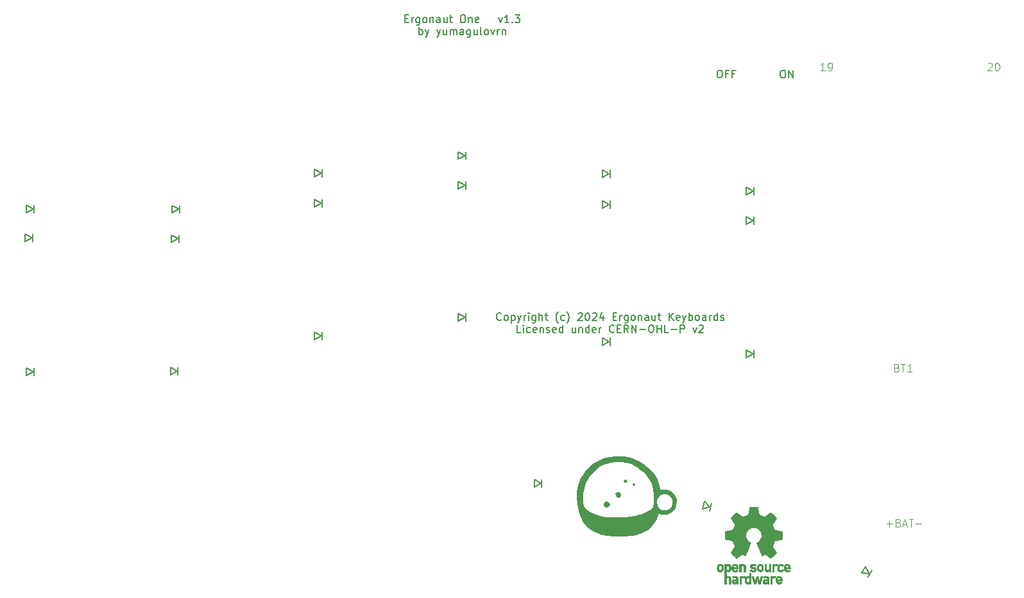
<source format=gto>
%TF.GenerationSoftware,KiCad,Pcbnew,8.0.5*%
%TF.CreationDate,2024-10-09T02:00:45+03:00*%
%TF.ProjectId,1_3,315f332e-6b69-4636-9164-5f7063625858,rev?*%
%TF.SameCoordinates,Original*%
%TF.FileFunction,Legend,Top*%
%TF.FilePolarity,Positive*%
%FSLAX46Y46*%
G04 Gerber Fmt 4.6, Leading zero omitted, Abs format (unit mm)*
G04 Created by KiCad (PCBNEW 8.0.5) date 2024-10-09 02:00:45*
%MOMM*%
%LPD*%
G01*
G04 APERTURE LIST*
%ADD10C,0.200000*%
%ADD11C,0.100000*%
%ADD12C,0.150000*%
%ADD13C,0.010000*%
%ADD14C,0.000000*%
G04 APERTURE END LIST*
D10*
X133928570Y-52123437D02*
X134261903Y-52123437D01*
X134404760Y-52647247D02*
X133928570Y-52647247D01*
X133928570Y-52647247D02*
X133928570Y-51647247D01*
X133928570Y-51647247D02*
X134404760Y-51647247D01*
X134833332Y-52647247D02*
X134833332Y-51980580D01*
X134833332Y-52171056D02*
X134880951Y-52075818D01*
X134880951Y-52075818D02*
X134928570Y-52028199D01*
X134928570Y-52028199D02*
X135023808Y-51980580D01*
X135023808Y-51980580D02*
X135119046Y-51980580D01*
X135880951Y-51980580D02*
X135880951Y-52790104D01*
X135880951Y-52790104D02*
X135833332Y-52885342D01*
X135833332Y-52885342D02*
X135785713Y-52932961D01*
X135785713Y-52932961D02*
X135690475Y-52980580D01*
X135690475Y-52980580D02*
X135547618Y-52980580D01*
X135547618Y-52980580D02*
X135452380Y-52932961D01*
X135880951Y-52599628D02*
X135785713Y-52647247D01*
X135785713Y-52647247D02*
X135595237Y-52647247D01*
X135595237Y-52647247D02*
X135499999Y-52599628D01*
X135499999Y-52599628D02*
X135452380Y-52552008D01*
X135452380Y-52552008D02*
X135404761Y-52456770D01*
X135404761Y-52456770D02*
X135404761Y-52171056D01*
X135404761Y-52171056D02*
X135452380Y-52075818D01*
X135452380Y-52075818D02*
X135499999Y-52028199D01*
X135499999Y-52028199D02*
X135595237Y-51980580D01*
X135595237Y-51980580D02*
X135785713Y-51980580D01*
X135785713Y-51980580D02*
X135880951Y-52028199D01*
X136499999Y-52647247D02*
X136404761Y-52599628D01*
X136404761Y-52599628D02*
X136357142Y-52552008D01*
X136357142Y-52552008D02*
X136309523Y-52456770D01*
X136309523Y-52456770D02*
X136309523Y-52171056D01*
X136309523Y-52171056D02*
X136357142Y-52075818D01*
X136357142Y-52075818D02*
X136404761Y-52028199D01*
X136404761Y-52028199D02*
X136499999Y-51980580D01*
X136499999Y-51980580D02*
X136642856Y-51980580D01*
X136642856Y-51980580D02*
X136738094Y-52028199D01*
X136738094Y-52028199D02*
X136785713Y-52075818D01*
X136785713Y-52075818D02*
X136833332Y-52171056D01*
X136833332Y-52171056D02*
X136833332Y-52456770D01*
X136833332Y-52456770D02*
X136785713Y-52552008D01*
X136785713Y-52552008D02*
X136738094Y-52599628D01*
X136738094Y-52599628D02*
X136642856Y-52647247D01*
X136642856Y-52647247D02*
X136499999Y-52647247D01*
X137261904Y-51980580D02*
X137261904Y-52647247D01*
X137261904Y-52075818D02*
X137309523Y-52028199D01*
X137309523Y-52028199D02*
X137404761Y-51980580D01*
X137404761Y-51980580D02*
X137547618Y-51980580D01*
X137547618Y-51980580D02*
X137642856Y-52028199D01*
X137642856Y-52028199D02*
X137690475Y-52123437D01*
X137690475Y-52123437D02*
X137690475Y-52647247D01*
X138595237Y-52647247D02*
X138595237Y-52123437D01*
X138595237Y-52123437D02*
X138547618Y-52028199D01*
X138547618Y-52028199D02*
X138452380Y-51980580D01*
X138452380Y-51980580D02*
X138261904Y-51980580D01*
X138261904Y-51980580D02*
X138166666Y-52028199D01*
X138595237Y-52599628D02*
X138499999Y-52647247D01*
X138499999Y-52647247D02*
X138261904Y-52647247D01*
X138261904Y-52647247D02*
X138166666Y-52599628D01*
X138166666Y-52599628D02*
X138119047Y-52504389D01*
X138119047Y-52504389D02*
X138119047Y-52409151D01*
X138119047Y-52409151D02*
X138166666Y-52313913D01*
X138166666Y-52313913D02*
X138261904Y-52266294D01*
X138261904Y-52266294D02*
X138499999Y-52266294D01*
X138499999Y-52266294D02*
X138595237Y-52218675D01*
X139499999Y-51980580D02*
X139499999Y-52647247D01*
X139071428Y-51980580D02*
X139071428Y-52504389D01*
X139071428Y-52504389D02*
X139119047Y-52599628D01*
X139119047Y-52599628D02*
X139214285Y-52647247D01*
X139214285Y-52647247D02*
X139357142Y-52647247D01*
X139357142Y-52647247D02*
X139452380Y-52599628D01*
X139452380Y-52599628D02*
X139499999Y-52552008D01*
X139833333Y-51980580D02*
X140214285Y-51980580D01*
X139976190Y-51647247D02*
X139976190Y-52504389D01*
X139976190Y-52504389D02*
X140023809Y-52599628D01*
X140023809Y-52599628D02*
X140119047Y-52647247D01*
X140119047Y-52647247D02*
X140214285Y-52647247D01*
X141500000Y-51647247D02*
X141690476Y-51647247D01*
X141690476Y-51647247D02*
X141785714Y-51694866D01*
X141785714Y-51694866D02*
X141880952Y-51790104D01*
X141880952Y-51790104D02*
X141928571Y-51980580D01*
X141928571Y-51980580D02*
X141928571Y-52313913D01*
X141928571Y-52313913D02*
X141880952Y-52504389D01*
X141880952Y-52504389D02*
X141785714Y-52599628D01*
X141785714Y-52599628D02*
X141690476Y-52647247D01*
X141690476Y-52647247D02*
X141500000Y-52647247D01*
X141500000Y-52647247D02*
X141404762Y-52599628D01*
X141404762Y-52599628D02*
X141309524Y-52504389D01*
X141309524Y-52504389D02*
X141261905Y-52313913D01*
X141261905Y-52313913D02*
X141261905Y-51980580D01*
X141261905Y-51980580D02*
X141309524Y-51790104D01*
X141309524Y-51790104D02*
X141404762Y-51694866D01*
X141404762Y-51694866D02*
X141500000Y-51647247D01*
X142357143Y-51980580D02*
X142357143Y-52647247D01*
X142357143Y-52075818D02*
X142404762Y-52028199D01*
X142404762Y-52028199D02*
X142500000Y-51980580D01*
X142500000Y-51980580D02*
X142642857Y-51980580D01*
X142642857Y-51980580D02*
X142738095Y-52028199D01*
X142738095Y-52028199D02*
X142785714Y-52123437D01*
X142785714Y-52123437D02*
X142785714Y-52647247D01*
X143642857Y-52599628D02*
X143547619Y-52647247D01*
X143547619Y-52647247D02*
X143357143Y-52647247D01*
X143357143Y-52647247D02*
X143261905Y-52599628D01*
X143261905Y-52599628D02*
X143214286Y-52504389D01*
X143214286Y-52504389D02*
X143214286Y-52123437D01*
X143214286Y-52123437D02*
X143261905Y-52028199D01*
X143261905Y-52028199D02*
X143357143Y-51980580D01*
X143357143Y-51980580D02*
X143547619Y-51980580D01*
X143547619Y-51980580D02*
X143642857Y-52028199D01*
X143642857Y-52028199D02*
X143690476Y-52123437D01*
X143690476Y-52123437D02*
X143690476Y-52218675D01*
X143690476Y-52218675D02*
X143214286Y-52313913D01*
X146309525Y-51980580D02*
X146547620Y-52647247D01*
X146547620Y-52647247D02*
X146785715Y-51980580D01*
X147690477Y-52647247D02*
X147119049Y-52647247D01*
X147404763Y-52647247D02*
X147404763Y-51647247D01*
X147404763Y-51647247D02*
X147309525Y-51790104D01*
X147309525Y-51790104D02*
X147214287Y-51885342D01*
X147214287Y-51885342D02*
X147119049Y-51932961D01*
X148119049Y-52552008D02*
X148166668Y-52599628D01*
X148166668Y-52599628D02*
X148119049Y-52647247D01*
X148119049Y-52647247D02*
X148071430Y-52599628D01*
X148071430Y-52599628D02*
X148119049Y-52552008D01*
X148119049Y-52552008D02*
X148119049Y-52647247D01*
X148500001Y-51647247D02*
X149119048Y-51647247D01*
X149119048Y-51647247D02*
X148785715Y-52028199D01*
X148785715Y-52028199D02*
X148928572Y-52028199D01*
X148928572Y-52028199D02*
X149023810Y-52075818D01*
X149023810Y-52075818D02*
X149071429Y-52123437D01*
X149071429Y-52123437D02*
X149119048Y-52218675D01*
X149119048Y-52218675D02*
X149119048Y-52456770D01*
X149119048Y-52456770D02*
X149071429Y-52552008D01*
X149071429Y-52552008D02*
X149023810Y-52599628D01*
X149023810Y-52599628D02*
X148928572Y-52647247D01*
X148928572Y-52647247D02*
X148642858Y-52647247D01*
X148642858Y-52647247D02*
X148547620Y-52599628D01*
X148547620Y-52599628D02*
X148500001Y-52552008D01*
X135809523Y-54257191D02*
X135809523Y-53257191D01*
X135809523Y-53638143D02*
X135904761Y-53590524D01*
X135904761Y-53590524D02*
X136095237Y-53590524D01*
X136095237Y-53590524D02*
X136190475Y-53638143D01*
X136190475Y-53638143D02*
X136238094Y-53685762D01*
X136238094Y-53685762D02*
X136285713Y-53781000D01*
X136285713Y-53781000D02*
X136285713Y-54066714D01*
X136285713Y-54066714D02*
X136238094Y-54161952D01*
X136238094Y-54161952D02*
X136190475Y-54209572D01*
X136190475Y-54209572D02*
X136095237Y-54257191D01*
X136095237Y-54257191D02*
X135904761Y-54257191D01*
X135904761Y-54257191D02*
X135809523Y-54209572D01*
X136619047Y-53590524D02*
X136857142Y-54257191D01*
X137095237Y-53590524D02*
X136857142Y-54257191D01*
X136857142Y-54257191D02*
X136761904Y-54495286D01*
X136761904Y-54495286D02*
X136714285Y-54542905D01*
X136714285Y-54542905D02*
X136619047Y-54590524D01*
X138142857Y-53590524D02*
X138380952Y-54257191D01*
X138619047Y-53590524D02*
X138380952Y-54257191D01*
X138380952Y-54257191D02*
X138285714Y-54495286D01*
X138285714Y-54495286D02*
X138238095Y-54542905D01*
X138238095Y-54542905D02*
X138142857Y-54590524D01*
X139428571Y-53590524D02*
X139428571Y-54257191D01*
X139000000Y-53590524D02*
X139000000Y-54114333D01*
X139000000Y-54114333D02*
X139047619Y-54209572D01*
X139047619Y-54209572D02*
X139142857Y-54257191D01*
X139142857Y-54257191D02*
X139285714Y-54257191D01*
X139285714Y-54257191D02*
X139380952Y-54209572D01*
X139380952Y-54209572D02*
X139428571Y-54161952D01*
X139904762Y-54257191D02*
X139904762Y-53590524D01*
X139904762Y-53685762D02*
X139952381Y-53638143D01*
X139952381Y-53638143D02*
X140047619Y-53590524D01*
X140047619Y-53590524D02*
X140190476Y-53590524D01*
X140190476Y-53590524D02*
X140285714Y-53638143D01*
X140285714Y-53638143D02*
X140333333Y-53733381D01*
X140333333Y-53733381D02*
X140333333Y-54257191D01*
X140333333Y-53733381D02*
X140380952Y-53638143D01*
X140380952Y-53638143D02*
X140476190Y-53590524D01*
X140476190Y-53590524D02*
X140619047Y-53590524D01*
X140619047Y-53590524D02*
X140714286Y-53638143D01*
X140714286Y-53638143D02*
X140761905Y-53733381D01*
X140761905Y-53733381D02*
X140761905Y-54257191D01*
X141666666Y-54257191D02*
X141666666Y-53733381D01*
X141666666Y-53733381D02*
X141619047Y-53638143D01*
X141619047Y-53638143D02*
X141523809Y-53590524D01*
X141523809Y-53590524D02*
X141333333Y-53590524D01*
X141333333Y-53590524D02*
X141238095Y-53638143D01*
X141666666Y-54209572D02*
X141571428Y-54257191D01*
X141571428Y-54257191D02*
X141333333Y-54257191D01*
X141333333Y-54257191D02*
X141238095Y-54209572D01*
X141238095Y-54209572D02*
X141190476Y-54114333D01*
X141190476Y-54114333D02*
X141190476Y-54019095D01*
X141190476Y-54019095D02*
X141238095Y-53923857D01*
X141238095Y-53923857D02*
X141333333Y-53876238D01*
X141333333Y-53876238D02*
X141571428Y-53876238D01*
X141571428Y-53876238D02*
X141666666Y-53828619D01*
X142571428Y-53590524D02*
X142571428Y-54400048D01*
X142571428Y-54400048D02*
X142523809Y-54495286D01*
X142523809Y-54495286D02*
X142476190Y-54542905D01*
X142476190Y-54542905D02*
X142380952Y-54590524D01*
X142380952Y-54590524D02*
X142238095Y-54590524D01*
X142238095Y-54590524D02*
X142142857Y-54542905D01*
X142571428Y-54209572D02*
X142476190Y-54257191D01*
X142476190Y-54257191D02*
X142285714Y-54257191D01*
X142285714Y-54257191D02*
X142190476Y-54209572D01*
X142190476Y-54209572D02*
X142142857Y-54161952D01*
X142142857Y-54161952D02*
X142095238Y-54066714D01*
X142095238Y-54066714D02*
X142095238Y-53781000D01*
X142095238Y-53781000D02*
X142142857Y-53685762D01*
X142142857Y-53685762D02*
X142190476Y-53638143D01*
X142190476Y-53638143D02*
X142285714Y-53590524D01*
X142285714Y-53590524D02*
X142476190Y-53590524D01*
X142476190Y-53590524D02*
X142571428Y-53638143D01*
X143476190Y-53590524D02*
X143476190Y-54257191D01*
X143047619Y-53590524D02*
X143047619Y-54114333D01*
X143047619Y-54114333D02*
X143095238Y-54209572D01*
X143095238Y-54209572D02*
X143190476Y-54257191D01*
X143190476Y-54257191D02*
X143333333Y-54257191D01*
X143333333Y-54257191D02*
X143428571Y-54209572D01*
X143428571Y-54209572D02*
X143476190Y-54161952D01*
X144095238Y-54257191D02*
X144000000Y-54209572D01*
X144000000Y-54209572D02*
X143952381Y-54114333D01*
X143952381Y-54114333D02*
X143952381Y-53257191D01*
X144619048Y-54257191D02*
X144523810Y-54209572D01*
X144523810Y-54209572D02*
X144476191Y-54161952D01*
X144476191Y-54161952D02*
X144428572Y-54066714D01*
X144428572Y-54066714D02*
X144428572Y-53781000D01*
X144428572Y-53781000D02*
X144476191Y-53685762D01*
X144476191Y-53685762D02*
X144523810Y-53638143D01*
X144523810Y-53638143D02*
X144619048Y-53590524D01*
X144619048Y-53590524D02*
X144761905Y-53590524D01*
X144761905Y-53590524D02*
X144857143Y-53638143D01*
X144857143Y-53638143D02*
X144904762Y-53685762D01*
X144904762Y-53685762D02*
X144952381Y-53781000D01*
X144952381Y-53781000D02*
X144952381Y-54066714D01*
X144952381Y-54066714D02*
X144904762Y-54161952D01*
X144904762Y-54161952D02*
X144857143Y-54209572D01*
X144857143Y-54209572D02*
X144761905Y-54257191D01*
X144761905Y-54257191D02*
X144619048Y-54257191D01*
X145285715Y-53590524D02*
X145523810Y-54257191D01*
X145523810Y-54257191D02*
X145761905Y-53590524D01*
X146142858Y-54257191D02*
X146142858Y-53590524D01*
X146142858Y-53781000D02*
X146190477Y-53685762D01*
X146190477Y-53685762D02*
X146238096Y-53638143D01*
X146238096Y-53638143D02*
X146333334Y-53590524D01*
X146333334Y-53590524D02*
X146428572Y-53590524D01*
X146761906Y-53590524D02*
X146761906Y-54257191D01*
X146761906Y-53685762D02*
X146809525Y-53638143D01*
X146809525Y-53638143D02*
X146904763Y-53590524D01*
X146904763Y-53590524D02*
X147047620Y-53590524D01*
X147047620Y-53590524D02*
X147142858Y-53638143D01*
X147142858Y-53638143D02*
X147190477Y-53733381D01*
X147190477Y-53733381D02*
X147190477Y-54257191D01*
X146655044Y-91881008D02*
X146607425Y-91928628D01*
X146607425Y-91928628D02*
X146464568Y-91976247D01*
X146464568Y-91976247D02*
X146369330Y-91976247D01*
X146369330Y-91976247D02*
X146226473Y-91928628D01*
X146226473Y-91928628D02*
X146131235Y-91833389D01*
X146131235Y-91833389D02*
X146083616Y-91738151D01*
X146083616Y-91738151D02*
X146035997Y-91547675D01*
X146035997Y-91547675D02*
X146035997Y-91404818D01*
X146035997Y-91404818D02*
X146083616Y-91214342D01*
X146083616Y-91214342D02*
X146131235Y-91119104D01*
X146131235Y-91119104D02*
X146226473Y-91023866D01*
X146226473Y-91023866D02*
X146369330Y-90976247D01*
X146369330Y-90976247D02*
X146464568Y-90976247D01*
X146464568Y-90976247D02*
X146607425Y-91023866D01*
X146607425Y-91023866D02*
X146655044Y-91071485D01*
X147226473Y-91976247D02*
X147131235Y-91928628D01*
X147131235Y-91928628D02*
X147083616Y-91881008D01*
X147083616Y-91881008D02*
X147035997Y-91785770D01*
X147035997Y-91785770D02*
X147035997Y-91500056D01*
X147035997Y-91500056D02*
X147083616Y-91404818D01*
X147083616Y-91404818D02*
X147131235Y-91357199D01*
X147131235Y-91357199D02*
X147226473Y-91309580D01*
X147226473Y-91309580D02*
X147369330Y-91309580D01*
X147369330Y-91309580D02*
X147464568Y-91357199D01*
X147464568Y-91357199D02*
X147512187Y-91404818D01*
X147512187Y-91404818D02*
X147559806Y-91500056D01*
X147559806Y-91500056D02*
X147559806Y-91785770D01*
X147559806Y-91785770D02*
X147512187Y-91881008D01*
X147512187Y-91881008D02*
X147464568Y-91928628D01*
X147464568Y-91928628D02*
X147369330Y-91976247D01*
X147369330Y-91976247D02*
X147226473Y-91976247D01*
X147988378Y-91309580D02*
X147988378Y-92309580D01*
X147988378Y-91357199D02*
X148083616Y-91309580D01*
X148083616Y-91309580D02*
X148274092Y-91309580D01*
X148274092Y-91309580D02*
X148369330Y-91357199D01*
X148369330Y-91357199D02*
X148416949Y-91404818D01*
X148416949Y-91404818D02*
X148464568Y-91500056D01*
X148464568Y-91500056D02*
X148464568Y-91785770D01*
X148464568Y-91785770D02*
X148416949Y-91881008D01*
X148416949Y-91881008D02*
X148369330Y-91928628D01*
X148369330Y-91928628D02*
X148274092Y-91976247D01*
X148274092Y-91976247D02*
X148083616Y-91976247D01*
X148083616Y-91976247D02*
X147988378Y-91928628D01*
X148797902Y-91309580D02*
X149035997Y-91976247D01*
X149274092Y-91309580D02*
X149035997Y-91976247D01*
X149035997Y-91976247D02*
X148940759Y-92214342D01*
X148940759Y-92214342D02*
X148893140Y-92261961D01*
X148893140Y-92261961D02*
X148797902Y-92309580D01*
X149655045Y-91976247D02*
X149655045Y-91309580D01*
X149655045Y-91500056D02*
X149702664Y-91404818D01*
X149702664Y-91404818D02*
X149750283Y-91357199D01*
X149750283Y-91357199D02*
X149845521Y-91309580D01*
X149845521Y-91309580D02*
X149940759Y-91309580D01*
X150274093Y-91976247D02*
X150274093Y-91309580D01*
X150274093Y-90976247D02*
X150226474Y-91023866D01*
X150226474Y-91023866D02*
X150274093Y-91071485D01*
X150274093Y-91071485D02*
X150321712Y-91023866D01*
X150321712Y-91023866D02*
X150274093Y-90976247D01*
X150274093Y-90976247D02*
X150274093Y-91071485D01*
X151178854Y-91309580D02*
X151178854Y-92119104D01*
X151178854Y-92119104D02*
X151131235Y-92214342D01*
X151131235Y-92214342D02*
X151083616Y-92261961D01*
X151083616Y-92261961D02*
X150988378Y-92309580D01*
X150988378Y-92309580D02*
X150845521Y-92309580D01*
X150845521Y-92309580D02*
X150750283Y-92261961D01*
X151178854Y-91928628D02*
X151083616Y-91976247D01*
X151083616Y-91976247D02*
X150893140Y-91976247D01*
X150893140Y-91976247D02*
X150797902Y-91928628D01*
X150797902Y-91928628D02*
X150750283Y-91881008D01*
X150750283Y-91881008D02*
X150702664Y-91785770D01*
X150702664Y-91785770D02*
X150702664Y-91500056D01*
X150702664Y-91500056D02*
X150750283Y-91404818D01*
X150750283Y-91404818D02*
X150797902Y-91357199D01*
X150797902Y-91357199D02*
X150893140Y-91309580D01*
X150893140Y-91309580D02*
X151083616Y-91309580D01*
X151083616Y-91309580D02*
X151178854Y-91357199D01*
X151655045Y-91976247D02*
X151655045Y-90976247D01*
X152083616Y-91976247D02*
X152083616Y-91452437D01*
X152083616Y-91452437D02*
X152035997Y-91357199D01*
X152035997Y-91357199D02*
X151940759Y-91309580D01*
X151940759Y-91309580D02*
X151797902Y-91309580D01*
X151797902Y-91309580D02*
X151702664Y-91357199D01*
X151702664Y-91357199D02*
X151655045Y-91404818D01*
X152416950Y-91309580D02*
X152797902Y-91309580D01*
X152559807Y-90976247D02*
X152559807Y-91833389D01*
X152559807Y-91833389D02*
X152607426Y-91928628D01*
X152607426Y-91928628D02*
X152702664Y-91976247D01*
X152702664Y-91976247D02*
X152797902Y-91976247D01*
X154178855Y-92357199D02*
X154131236Y-92309580D01*
X154131236Y-92309580D02*
X154035998Y-92166723D01*
X154035998Y-92166723D02*
X153988379Y-92071485D01*
X153988379Y-92071485D02*
X153940760Y-91928628D01*
X153940760Y-91928628D02*
X153893141Y-91690532D01*
X153893141Y-91690532D02*
X153893141Y-91500056D01*
X153893141Y-91500056D02*
X153940760Y-91261961D01*
X153940760Y-91261961D02*
X153988379Y-91119104D01*
X153988379Y-91119104D02*
X154035998Y-91023866D01*
X154035998Y-91023866D02*
X154131236Y-90881008D01*
X154131236Y-90881008D02*
X154178855Y-90833389D01*
X154988379Y-91928628D02*
X154893141Y-91976247D01*
X154893141Y-91976247D02*
X154702665Y-91976247D01*
X154702665Y-91976247D02*
X154607427Y-91928628D01*
X154607427Y-91928628D02*
X154559808Y-91881008D01*
X154559808Y-91881008D02*
X154512189Y-91785770D01*
X154512189Y-91785770D02*
X154512189Y-91500056D01*
X154512189Y-91500056D02*
X154559808Y-91404818D01*
X154559808Y-91404818D02*
X154607427Y-91357199D01*
X154607427Y-91357199D02*
X154702665Y-91309580D01*
X154702665Y-91309580D02*
X154893141Y-91309580D01*
X154893141Y-91309580D02*
X154988379Y-91357199D01*
X155321713Y-92357199D02*
X155369332Y-92309580D01*
X155369332Y-92309580D02*
X155464570Y-92166723D01*
X155464570Y-92166723D02*
X155512189Y-92071485D01*
X155512189Y-92071485D02*
X155559808Y-91928628D01*
X155559808Y-91928628D02*
X155607427Y-91690532D01*
X155607427Y-91690532D02*
X155607427Y-91500056D01*
X155607427Y-91500056D02*
X155559808Y-91261961D01*
X155559808Y-91261961D02*
X155512189Y-91119104D01*
X155512189Y-91119104D02*
X155464570Y-91023866D01*
X155464570Y-91023866D02*
X155369332Y-90881008D01*
X155369332Y-90881008D02*
X155321713Y-90833389D01*
X156797904Y-91071485D02*
X156845523Y-91023866D01*
X156845523Y-91023866D02*
X156940761Y-90976247D01*
X156940761Y-90976247D02*
X157178856Y-90976247D01*
X157178856Y-90976247D02*
X157274094Y-91023866D01*
X157274094Y-91023866D02*
X157321713Y-91071485D01*
X157321713Y-91071485D02*
X157369332Y-91166723D01*
X157369332Y-91166723D02*
X157369332Y-91261961D01*
X157369332Y-91261961D02*
X157321713Y-91404818D01*
X157321713Y-91404818D02*
X156750285Y-91976247D01*
X156750285Y-91976247D02*
X157369332Y-91976247D01*
X157988380Y-90976247D02*
X158083618Y-90976247D01*
X158083618Y-90976247D02*
X158178856Y-91023866D01*
X158178856Y-91023866D02*
X158226475Y-91071485D01*
X158226475Y-91071485D02*
X158274094Y-91166723D01*
X158274094Y-91166723D02*
X158321713Y-91357199D01*
X158321713Y-91357199D02*
X158321713Y-91595294D01*
X158321713Y-91595294D02*
X158274094Y-91785770D01*
X158274094Y-91785770D02*
X158226475Y-91881008D01*
X158226475Y-91881008D02*
X158178856Y-91928628D01*
X158178856Y-91928628D02*
X158083618Y-91976247D01*
X158083618Y-91976247D02*
X157988380Y-91976247D01*
X157988380Y-91976247D02*
X157893142Y-91928628D01*
X157893142Y-91928628D02*
X157845523Y-91881008D01*
X157845523Y-91881008D02*
X157797904Y-91785770D01*
X157797904Y-91785770D02*
X157750285Y-91595294D01*
X157750285Y-91595294D02*
X157750285Y-91357199D01*
X157750285Y-91357199D02*
X157797904Y-91166723D01*
X157797904Y-91166723D02*
X157845523Y-91071485D01*
X157845523Y-91071485D02*
X157893142Y-91023866D01*
X157893142Y-91023866D02*
X157988380Y-90976247D01*
X158702666Y-91071485D02*
X158750285Y-91023866D01*
X158750285Y-91023866D02*
X158845523Y-90976247D01*
X158845523Y-90976247D02*
X159083618Y-90976247D01*
X159083618Y-90976247D02*
X159178856Y-91023866D01*
X159178856Y-91023866D02*
X159226475Y-91071485D01*
X159226475Y-91071485D02*
X159274094Y-91166723D01*
X159274094Y-91166723D02*
X159274094Y-91261961D01*
X159274094Y-91261961D02*
X159226475Y-91404818D01*
X159226475Y-91404818D02*
X158655047Y-91976247D01*
X158655047Y-91976247D02*
X159274094Y-91976247D01*
X160131237Y-91309580D02*
X160131237Y-91976247D01*
X159893142Y-90928628D02*
X159655047Y-91642913D01*
X159655047Y-91642913D02*
X160274094Y-91642913D01*
X161416952Y-91452437D02*
X161750285Y-91452437D01*
X161893142Y-91976247D02*
X161416952Y-91976247D01*
X161416952Y-91976247D02*
X161416952Y-90976247D01*
X161416952Y-90976247D02*
X161893142Y-90976247D01*
X162321714Y-91976247D02*
X162321714Y-91309580D01*
X162321714Y-91500056D02*
X162369333Y-91404818D01*
X162369333Y-91404818D02*
X162416952Y-91357199D01*
X162416952Y-91357199D02*
X162512190Y-91309580D01*
X162512190Y-91309580D02*
X162607428Y-91309580D01*
X163369333Y-91309580D02*
X163369333Y-92119104D01*
X163369333Y-92119104D02*
X163321714Y-92214342D01*
X163321714Y-92214342D02*
X163274095Y-92261961D01*
X163274095Y-92261961D02*
X163178857Y-92309580D01*
X163178857Y-92309580D02*
X163036000Y-92309580D01*
X163036000Y-92309580D02*
X162940762Y-92261961D01*
X163369333Y-91928628D02*
X163274095Y-91976247D01*
X163274095Y-91976247D02*
X163083619Y-91976247D01*
X163083619Y-91976247D02*
X162988381Y-91928628D01*
X162988381Y-91928628D02*
X162940762Y-91881008D01*
X162940762Y-91881008D02*
X162893143Y-91785770D01*
X162893143Y-91785770D02*
X162893143Y-91500056D01*
X162893143Y-91500056D02*
X162940762Y-91404818D01*
X162940762Y-91404818D02*
X162988381Y-91357199D01*
X162988381Y-91357199D02*
X163083619Y-91309580D01*
X163083619Y-91309580D02*
X163274095Y-91309580D01*
X163274095Y-91309580D02*
X163369333Y-91357199D01*
X163988381Y-91976247D02*
X163893143Y-91928628D01*
X163893143Y-91928628D02*
X163845524Y-91881008D01*
X163845524Y-91881008D02*
X163797905Y-91785770D01*
X163797905Y-91785770D02*
X163797905Y-91500056D01*
X163797905Y-91500056D02*
X163845524Y-91404818D01*
X163845524Y-91404818D02*
X163893143Y-91357199D01*
X163893143Y-91357199D02*
X163988381Y-91309580D01*
X163988381Y-91309580D02*
X164131238Y-91309580D01*
X164131238Y-91309580D02*
X164226476Y-91357199D01*
X164226476Y-91357199D02*
X164274095Y-91404818D01*
X164274095Y-91404818D02*
X164321714Y-91500056D01*
X164321714Y-91500056D02*
X164321714Y-91785770D01*
X164321714Y-91785770D02*
X164274095Y-91881008D01*
X164274095Y-91881008D02*
X164226476Y-91928628D01*
X164226476Y-91928628D02*
X164131238Y-91976247D01*
X164131238Y-91976247D02*
X163988381Y-91976247D01*
X164750286Y-91309580D02*
X164750286Y-91976247D01*
X164750286Y-91404818D02*
X164797905Y-91357199D01*
X164797905Y-91357199D02*
X164893143Y-91309580D01*
X164893143Y-91309580D02*
X165036000Y-91309580D01*
X165036000Y-91309580D02*
X165131238Y-91357199D01*
X165131238Y-91357199D02*
X165178857Y-91452437D01*
X165178857Y-91452437D02*
X165178857Y-91976247D01*
X166083619Y-91976247D02*
X166083619Y-91452437D01*
X166083619Y-91452437D02*
X166036000Y-91357199D01*
X166036000Y-91357199D02*
X165940762Y-91309580D01*
X165940762Y-91309580D02*
X165750286Y-91309580D01*
X165750286Y-91309580D02*
X165655048Y-91357199D01*
X166083619Y-91928628D02*
X165988381Y-91976247D01*
X165988381Y-91976247D02*
X165750286Y-91976247D01*
X165750286Y-91976247D02*
X165655048Y-91928628D01*
X165655048Y-91928628D02*
X165607429Y-91833389D01*
X165607429Y-91833389D02*
X165607429Y-91738151D01*
X165607429Y-91738151D02*
X165655048Y-91642913D01*
X165655048Y-91642913D02*
X165750286Y-91595294D01*
X165750286Y-91595294D02*
X165988381Y-91595294D01*
X165988381Y-91595294D02*
X166083619Y-91547675D01*
X166988381Y-91309580D02*
X166988381Y-91976247D01*
X166559810Y-91309580D02*
X166559810Y-91833389D01*
X166559810Y-91833389D02*
X166607429Y-91928628D01*
X166607429Y-91928628D02*
X166702667Y-91976247D01*
X166702667Y-91976247D02*
X166845524Y-91976247D01*
X166845524Y-91976247D02*
X166940762Y-91928628D01*
X166940762Y-91928628D02*
X166988381Y-91881008D01*
X167321715Y-91309580D02*
X167702667Y-91309580D01*
X167464572Y-90976247D02*
X167464572Y-91833389D01*
X167464572Y-91833389D02*
X167512191Y-91928628D01*
X167512191Y-91928628D02*
X167607429Y-91976247D01*
X167607429Y-91976247D02*
X167702667Y-91976247D01*
X168797906Y-91976247D02*
X168797906Y-90976247D01*
X169369334Y-91976247D02*
X168940763Y-91404818D01*
X169369334Y-90976247D02*
X168797906Y-91547675D01*
X170178858Y-91928628D02*
X170083620Y-91976247D01*
X170083620Y-91976247D02*
X169893144Y-91976247D01*
X169893144Y-91976247D02*
X169797906Y-91928628D01*
X169797906Y-91928628D02*
X169750287Y-91833389D01*
X169750287Y-91833389D02*
X169750287Y-91452437D01*
X169750287Y-91452437D02*
X169797906Y-91357199D01*
X169797906Y-91357199D02*
X169893144Y-91309580D01*
X169893144Y-91309580D02*
X170083620Y-91309580D01*
X170083620Y-91309580D02*
X170178858Y-91357199D01*
X170178858Y-91357199D02*
X170226477Y-91452437D01*
X170226477Y-91452437D02*
X170226477Y-91547675D01*
X170226477Y-91547675D02*
X169750287Y-91642913D01*
X170559811Y-91309580D02*
X170797906Y-91976247D01*
X171036001Y-91309580D02*
X170797906Y-91976247D01*
X170797906Y-91976247D02*
X170702668Y-92214342D01*
X170702668Y-92214342D02*
X170655049Y-92261961D01*
X170655049Y-92261961D02*
X170559811Y-92309580D01*
X171416954Y-91976247D02*
X171416954Y-90976247D01*
X171416954Y-91357199D02*
X171512192Y-91309580D01*
X171512192Y-91309580D02*
X171702668Y-91309580D01*
X171702668Y-91309580D02*
X171797906Y-91357199D01*
X171797906Y-91357199D02*
X171845525Y-91404818D01*
X171845525Y-91404818D02*
X171893144Y-91500056D01*
X171893144Y-91500056D02*
X171893144Y-91785770D01*
X171893144Y-91785770D02*
X171845525Y-91881008D01*
X171845525Y-91881008D02*
X171797906Y-91928628D01*
X171797906Y-91928628D02*
X171702668Y-91976247D01*
X171702668Y-91976247D02*
X171512192Y-91976247D01*
X171512192Y-91976247D02*
X171416954Y-91928628D01*
X172464573Y-91976247D02*
X172369335Y-91928628D01*
X172369335Y-91928628D02*
X172321716Y-91881008D01*
X172321716Y-91881008D02*
X172274097Y-91785770D01*
X172274097Y-91785770D02*
X172274097Y-91500056D01*
X172274097Y-91500056D02*
X172321716Y-91404818D01*
X172321716Y-91404818D02*
X172369335Y-91357199D01*
X172369335Y-91357199D02*
X172464573Y-91309580D01*
X172464573Y-91309580D02*
X172607430Y-91309580D01*
X172607430Y-91309580D02*
X172702668Y-91357199D01*
X172702668Y-91357199D02*
X172750287Y-91404818D01*
X172750287Y-91404818D02*
X172797906Y-91500056D01*
X172797906Y-91500056D02*
X172797906Y-91785770D01*
X172797906Y-91785770D02*
X172750287Y-91881008D01*
X172750287Y-91881008D02*
X172702668Y-91928628D01*
X172702668Y-91928628D02*
X172607430Y-91976247D01*
X172607430Y-91976247D02*
X172464573Y-91976247D01*
X173655049Y-91976247D02*
X173655049Y-91452437D01*
X173655049Y-91452437D02*
X173607430Y-91357199D01*
X173607430Y-91357199D02*
X173512192Y-91309580D01*
X173512192Y-91309580D02*
X173321716Y-91309580D01*
X173321716Y-91309580D02*
X173226478Y-91357199D01*
X173655049Y-91928628D02*
X173559811Y-91976247D01*
X173559811Y-91976247D02*
X173321716Y-91976247D01*
X173321716Y-91976247D02*
X173226478Y-91928628D01*
X173226478Y-91928628D02*
X173178859Y-91833389D01*
X173178859Y-91833389D02*
X173178859Y-91738151D01*
X173178859Y-91738151D02*
X173226478Y-91642913D01*
X173226478Y-91642913D02*
X173321716Y-91595294D01*
X173321716Y-91595294D02*
X173559811Y-91595294D01*
X173559811Y-91595294D02*
X173655049Y-91547675D01*
X174131240Y-91976247D02*
X174131240Y-91309580D01*
X174131240Y-91500056D02*
X174178859Y-91404818D01*
X174178859Y-91404818D02*
X174226478Y-91357199D01*
X174226478Y-91357199D02*
X174321716Y-91309580D01*
X174321716Y-91309580D02*
X174416954Y-91309580D01*
X175178859Y-91976247D02*
X175178859Y-90976247D01*
X175178859Y-91928628D02*
X175083621Y-91976247D01*
X175083621Y-91976247D02*
X174893145Y-91976247D01*
X174893145Y-91976247D02*
X174797907Y-91928628D01*
X174797907Y-91928628D02*
X174750288Y-91881008D01*
X174750288Y-91881008D02*
X174702669Y-91785770D01*
X174702669Y-91785770D02*
X174702669Y-91500056D01*
X174702669Y-91500056D02*
X174750288Y-91404818D01*
X174750288Y-91404818D02*
X174797907Y-91357199D01*
X174797907Y-91357199D02*
X174893145Y-91309580D01*
X174893145Y-91309580D02*
X175083621Y-91309580D01*
X175083621Y-91309580D02*
X175178859Y-91357199D01*
X175607431Y-91928628D02*
X175702669Y-91976247D01*
X175702669Y-91976247D02*
X175893145Y-91976247D01*
X175893145Y-91976247D02*
X175988383Y-91928628D01*
X175988383Y-91928628D02*
X176036002Y-91833389D01*
X176036002Y-91833389D02*
X176036002Y-91785770D01*
X176036002Y-91785770D02*
X175988383Y-91690532D01*
X175988383Y-91690532D02*
X175893145Y-91642913D01*
X175893145Y-91642913D02*
X175750288Y-91642913D01*
X175750288Y-91642913D02*
X175655050Y-91595294D01*
X175655050Y-91595294D02*
X175607431Y-91500056D01*
X175607431Y-91500056D02*
X175607431Y-91452437D01*
X175607431Y-91452437D02*
X175655050Y-91357199D01*
X175655050Y-91357199D02*
X175750288Y-91309580D01*
X175750288Y-91309580D02*
X175893145Y-91309580D01*
X175893145Y-91309580D02*
X175988383Y-91357199D01*
X149250284Y-93586191D02*
X148774094Y-93586191D01*
X148774094Y-93586191D02*
X148774094Y-92586191D01*
X149583618Y-93586191D02*
X149583618Y-92919524D01*
X149583618Y-92586191D02*
X149535999Y-92633810D01*
X149535999Y-92633810D02*
X149583618Y-92681429D01*
X149583618Y-92681429D02*
X149631237Y-92633810D01*
X149631237Y-92633810D02*
X149583618Y-92586191D01*
X149583618Y-92586191D02*
X149583618Y-92681429D01*
X150488379Y-93538572D02*
X150393141Y-93586191D01*
X150393141Y-93586191D02*
X150202665Y-93586191D01*
X150202665Y-93586191D02*
X150107427Y-93538572D01*
X150107427Y-93538572D02*
X150059808Y-93490952D01*
X150059808Y-93490952D02*
X150012189Y-93395714D01*
X150012189Y-93395714D02*
X150012189Y-93110000D01*
X150012189Y-93110000D02*
X150059808Y-93014762D01*
X150059808Y-93014762D02*
X150107427Y-92967143D01*
X150107427Y-92967143D02*
X150202665Y-92919524D01*
X150202665Y-92919524D02*
X150393141Y-92919524D01*
X150393141Y-92919524D02*
X150488379Y-92967143D01*
X151297903Y-93538572D02*
X151202665Y-93586191D01*
X151202665Y-93586191D02*
X151012189Y-93586191D01*
X151012189Y-93586191D02*
X150916951Y-93538572D01*
X150916951Y-93538572D02*
X150869332Y-93443333D01*
X150869332Y-93443333D02*
X150869332Y-93062381D01*
X150869332Y-93062381D02*
X150916951Y-92967143D01*
X150916951Y-92967143D02*
X151012189Y-92919524D01*
X151012189Y-92919524D02*
X151202665Y-92919524D01*
X151202665Y-92919524D02*
X151297903Y-92967143D01*
X151297903Y-92967143D02*
X151345522Y-93062381D01*
X151345522Y-93062381D02*
X151345522Y-93157619D01*
X151345522Y-93157619D02*
X150869332Y-93252857D01*
X151774094Y-92919524D02*
X151774094Y-93586191D01*
X151774094Y-93014762D02*
X151821713Y-92967143D01*
X151821713Y-92967143D02*
X151916951Y-92919524D01*
X151916951Y-92919524D02*
X152059808Y-92919524D01*
X152059808Y-92919524D02*
X152155046Y-92967143D01*
X152155046Y-92967143D02*
X152202665Y-93062381D01*
X152202665Y-93062381D02*
X152202665Y-93586191D01*
X152631237Y-93538572D02*
X152726475Y-93586191D01*
X152726475Y-93586191D02*
X152916951Y-93586191D01*
X152916951Y-93586191D02*
X153012189Y-93538572D01*
X153012189Y-93538572D02*
X153059808Y-93443333D01*
X153059808Y-93443333D02*
X153059808Y-93395714D01*
X153059808Y-93395714D02*
X153012189Y-93300476D01*
X153012189Y-93300476D02*
X152916951Y-93252857D01*
X152916951Y-93252857D02*
X152774094Y-93252857D01*
X152774094Y-93252857D02*
X152678856Y-93205238D01*
X152678856Y-93205238D02*
X152631237Y-93110000D01*
X152631237Y-93110000D02*
X152631237Y-93062381D01*
X152631237Y-93062381D02*
X152678856Y-92967143D01*
X152678856Y-92967143D02*
X152774094Y-92919524D01*
X152774094Y-92919524D02*
X152916951Y-92919524D01*
X152916951Y-92919524D02*
X153012189Y-92967143D01*
X153869332Y-93538572D02*
X153774094Y-93586191D01*
X153774094Y-93586191D02*
X153583618Y-93586191D01*
X153583618Y-93586191D02*
X153488380Y-93538572D01*
X153488380Y-93538572D02*
X153440761Y-93443333D01*
X153440761Y-93443333D02*
X153440761Y-93062381D01*
X153440761Y-93062381D02*
X153488380Y-92967143D01*
X153488380Y-92967143D02*
X153583618Y-92919524D01*
X153583618Y-92919524D02*
X153774094Y-92919524D01*
X153774094Y-92919524D02*
X153869332Y-92967143D01*
X153869332Y-92967143D02*
X153916951Y-93062381D01*
X153916951Y-93062381D02*
X153916951Y-93157619D01*
X153916951Y-93157619D02*
X153440761Y-93252857D01*
X154774094Y-93586191D02*
X154774094Y-92586191D01*
X154774094Y-93538572D02*
X154678856Y-93586191D01*
X154678856Y-93586191D02*
X154488380Y-93586191D01*
X154488380Y-93586191D02*
X154393142Y-93538572D01*
X154393142Y-93538572D02*
X154345523Y-93490952D01*
X154345523Y-93490952D02*
X154297904Y-93395714D01*
X154297904Y-93395714D02*
X154297904Y-93110000D01*
X154297904Y-93110000D02*
X154345523Y-93014762D01*
X154345523Y-93014762D02*
X154393142Y-92967143D01*
X154393142Y-92967143D02*
X154488380Y-92919524D01*
X154488380Y-92919524D02*
X154678856Y-92919524D01*
X154678856Y-92919524D02*
X154774094Y-92967143D01*
X156440761Y-92919524D02*
X156440761Y-93586191D01*
X156012190Y-92919524D02*
X156012190Y-93443333D01*
X156012190Y-93443333D02*
X156059809Y-93538572D01*
X156059809Y-93538572D02*
X156155047Y-93586191D01*
X156155047Y-93586191D02*
X156297904Y-93586191D01*
X156297904Y-93586191D02*
X156393142Y-93538572D01*
X156393142Y-93538572D02*
X156440761Y-93490952D01*
X156916952Y-92919524D02*
X156916952Y-93586191D01*
X156916952Y-93014762D02*
X156964571Y-92967143D01*
X156964571Y-92967143D02*
X157059809Y-92919524D01*
X157059809Y-92919524D02*
X157202666Y-92919524D01*
X157202666Y-92919524D02*
X157297904Y-92967143D01*
X157297904Y-92967143D02*
X157345523Y-93062381D01*
X157345523Y-93062381D02*
X157345523Y-93586191D01*
X158250285Y-93586191D02*
X158250285Y-92586191D01*
X158250285Y-93538572D02*
X158155047Y-93586191D01*
X158155047Y-93586191D02*
X157964571Y-93586191D01*
X157964571Y-93586191D02*
X157869333Y-93538572D01*
X157869333Y-93538572D02*
X157821714Y-93490952D01*
X157821714Y-93490952D02*
X157774095Y-93395714D01*
X157774095Y-93395714D02*
X157774095Y-93110000D01*
X157774095Y-93110000D02*
X157821714Y-93014762D01*
X157821714Y-93014762D02*
X157869333Y-92967143D01*
X157869333Y-92967143D02*
X157964571Y-92919524D01*
X157964571Y-92919524D02*
X158155047Y-92919524D01*
X158155047Y-92919524D02*
X158250285Y-92967143D01*
X159107428Y-93538572D02*
X159012190Y-93586191D01*
X159012190Y-93586191D02*
X158821714Y-93586191D01*
X158821714Y-93586191D02*
X158726476Y-93538572D01*
X158726476Y-93538572D02*
X158678857Y-93443333D01*
X158678857Y-93443333D02*
X158678857Y-93062381D01*
X158678857Y-93062381D02*
X158726476Y-92967143D01*
X158726476Y-92967143D02*
X158821714Y-92919524D01*
X158821714Y-92919524D02*
X159012190Y-92919524D01*
X159012190Y-92919524D02*
X159107428Y-92967143D01*
X159107428Y-92967143D02*
X159155047Y-93062381D01*
X159155047Y-93062381D02*
X159155047Y-93157619D01*
X159155047Y-93157619D02*
X158678857Y-93252857D01*
X159583619Y-93586191D02*
X159583619Y-92919524D01*
X159583619Y-93110000D02*
X159631238Y-93014762D01*
X159631238Y-93014762D02*
X159678857Y-92967143D01*
X159678857Y-92967143D02*
X159774095Y-92919524D01*
X159774095Y-92919524D02*
X159869333Y-92919524D01*
X161536000Y-93490952D02*
X161488381Y-93538572D01*
X161488381Y-93538572D02*
X161345524Y-93586191D01*
X161345524Y-93586191D02*
X161250286Y-93586191D01*
X161250286Y-93586191D02*
X161107429Y-93538572D01*
X161107429Y-93538572D02*
X161012191Y-93443333D01*
X161012191Y-93443333D02*
X160964572Y-93348095D01*
X160964572Y-93348095D02*
X160916953Y-93157619D01*
X160916953Y-93157619D02*
X160916953Y-93014762D01*
X160916953Y-93014762D02*
X160964572Y-92824286D01*
X160964572Y-92824286D02*
X161012191Y-92729048D01*
X161012191Y-92729048D02*
X161107429Y-92633810D01*
X161107429Y-92633810D02*
X161250286Y-92586191D01*
X161250286Y-92586191D02*
X161345524Y-92586191D01*
X161345524Y-92586191D02*
X161488381Y-92633810D01*
X161488381Y-92633810D02*
X161536000Y-92681429D01*
X161964572Y-93062381D02*
X162297905Y-93062381D01*
X162440762Y-93586191D02*
X161964572Y-93586191D01*
X161964572Y-93586191D02*
X161964572Y-92586191D01*
X161964572Y-92586191D02*
X162440762Y-92586191D01*
X163440762Y-93586191D02*
X163107429Y-93110000D01*
X162869334Y-93586191D02*
X162869334Y-92586191D01*
X162869334Y-92586191D02*
X163250286Y-92586191D01*
X163250286Y-92586191D02*
X163345524Y-92633810D01*
X163345524Y-92633810D02*
X163393143Y-92681429D01*
X163393143Y-92681429D02*
X163440762Y-92776667D01*
X163440762Y-92776667D02*
X163440762Y-92919524D01*
X163440762Y-92919524D02*
X163393143Y-93014762D01*
X163393143Y-93014762D02*
X163345524Y-93062381D01*
X163345524Y-93062381D02*
X163250286Y-93110000D01*
X163250286Y-93110000D02*
X162869334Y-93110000D01*
X163869334Y-93586191D02*
X163869334Y-92586191D01*
X163869334Y-92586191D02*
X164440762Y-93586191D01*
X164440762Y-93586191D02*
X164440762Y-92586191D01*
X164916953Y-93205238D02*
X165678858Y-93205238D01*
X166345524Y-92586191D02*
X166536000Y-92586191D01*
X166536000Y-92586191D02*
X166631238Y-92633810D01*
X166631238Y-92633810D02*
X166726476Y-92729048D01*
X166726476Y-92729048D02*
X166774095Y-92919524D01*
X166774095Y-92919524D02*
X166774095Y-93252857D01*
X166774095Y-93252857D02*
X166726476Y-93443333D01*
X166726476Y-93443333D02*
X166631238Y-93538572D01*
X166631238Y-93538572D02*
X166536000Y-93586191D01*
X166536000Y-93586191D02*
X166345524Y-93586191D01*
X166345524Y-93586191D02*
X166250286Y-93538572D01*
X166250286Y-93538572D02*
X166155048Y-93443333D01*
X166155048Y-93443333D02*
X166107429Y-93252857D01*
X166107429Y-93252857D02*
X166107429Y-92919524D01*
X166107429Y-92919524D02*
X166155048Y-92729048D01*
X166155048Y-92729048D02*
X166250286Y-92633810D01*
X166250286Y-92633810D02*
X166345524Y-92586191D01*
X167202667Y-93586191D02*
X167202667Y-92586191D01*
X167202667Y-93062381D02*
X167774095Y-93062381D01*
X167774095Y-93586191D02*
X167774095Y-92586191D01*
X168726476Y-93586191D02*
X168250286Y-93586191D01*
X168250286Y-93586191D02*
X168250286Y-92586191D01*
X169059810Y-93205238D02*
X169821715Y-93205238D01*
X170297905Y-93586191D02*
X170297905Y-92586191D01*
X170297905Y-92586191D02*
X170678857Y-92586191D01*
X170678857Y-92586191D02*
X170774095Y-92633810D01*
X170774095Y-92633810D02*
X170821714Y-92681429D01*
X170821714Y-92681429D02*
X170869333Y-92776667D01*
X170869333Y-92776667D02*
X170869333Y-92919524D01*
X170869333Y-92919524D02*
X170821714Y-93014762D01*
X170821714Y-93014762D02*
X170774095Y-93062381D01*
X170774095Y-93062381D02*
X170678857Y-93110000D01*
X170678857Y-93110000D02*
X170297905Y-93110000D01*
X171964572Y-92919524D02*
X172202667Y-93586191D01*
X172202667Y-93586191D02*
X172440762Y-92919524D01*
X172774096Y-92681429D02*
X172821715Y-92633810D01*
X172821715Y-92633810D02*
X172916953Y-92586191D01*
X172916953Y-92586191D02*
X173155048Y-92586191D01*
X173155048Y-92586191D02*
X173250286Y-92633810D01*
X173250286Y-92633810D02*
X173297905Y-92681429D01*
X173297905Y-92681429D02*
X173345524Y-92776667D01*
X173345524Y-92776667D02*
X173345524Y-92871905D01*
X173345524Y-92871905D02*
X173297905Y-93014762D01*
X173297905Y-93014762D02*
X172726477Y-93586191D01*
X172726477Y-93586191D02*
X173345524Y-93586191D01*
D11*
X198858285Y-98239609D02*
X199001142Y-98287228D01*
X199001142Y-98287228D02*
X199048761Y-98334847D01*
X199048761Y-98334847D02*
X199096380Y-98430085D01*
X199096380Y-98430085D02*
X199096380Y-98572942D01*
X199096380Y-98572942D02*
X199048761Y-98668180D01*
X199048761Y-98668180D02*
X199001142Y-98715800D01*
X199001142Y-98715800D02*
X198905904Y-98763419D01*
X198905904Y-98763419D02*
X198524952Y-98763419D01*
X198524952Y-98763419D02*
X198524952Y-97763419D01*
X198524952Y-97763419D02*
X198858285Y-97763419D01*
X198858285Y-97763419D02*
X198953523Y-97811038D01*
X198953523Y-97811038D02*
X199001142Y-97858657D01*
X199001142Y-97858657D02*
X199048761Y-97953895D01*
X199048761Y-97953895D02*
X199048761Y-98049133D01*
X199048761Y-98049133D02*
X199001142Y-98144371D01*
X199001142Y-98144371D02*
X198953523Y-98191990D01*
X198953523Y-98191990D02*
X198858285Y-98239609D01*
X198858285Y-98239609D02*
X198524952Y-98239609D01*
X199382095Y-97763419D02*
X199953523Y-97763419D01*
X199667809Y-98763419D02*
X199667809Y-97763419D01*
X200810666Y-98763419D02*
X200239238Y-98763419D01*
X200524952Y-98763419D02*
X200524952Y-97763419D01*
X200524952Y-97763419D02*
X200429714Y-97906276D01*
X200429714Y-97906276D02*
X200334476Y-98001514D01*
X200334476Y-98001514D02*
X200239238Y-98049133D01*
X197497884Y-118847466D02*
X198259789Y-118847466D01*
X197878836Y-119228419D02*
X197878836Y-118466514D01*
X199069312Y-118704609D02*
X199212169Y-118752228D01*
X199212169Y-118752228D02*
X199259788Y-118799847D01*
X199259788Y-118799847D02*
X199307407Y-118895085D01*
X199307407Y-118895085D02*
X199307407Y-119037942D01*
X199307407Y-119037942D02*
X199259788Y-119133180D01*
X199259788Y-119133180D02*
X199212169Y-119180800D01*
X199212169Y-119180800D02*
X199116931Y-119228419D01*
X199116931Y-119228419D02*
X198735979Y-119228419D01*
X198735979Y-119228419D02*
X198735979Y-118228419D01*
X198735979Y-118228419D02*
X199069312Y-118228419D01*
X199069312Y-118228419D02*
X199164550Y-118276038D01*
X199164550Y-118276038D02*
X199212169Y-118323657D01*
X199212169Y-118323657D02*
X199259788Y-118418895D01*
X199259788Y-118418895D02*
X199259788Y-118514133D01*
X199259788Y-118514133D02*
X199212169Y-118609371D01*
X199212169Y-118609371D02*
X199164550Y-118656990D01*
X199164550Y-118656990D02*
X199069312Y-118704609D01*
X199069312Y-118704609D02*
X198735979Y-118704609D01*
X199688360Y-118942704D02*
X200164550Y-118942704D01*
X199593122Y-119228419D02*
X199926455Y-118228419D01*
X199926455Y-118228419D02*
X200259788Y-119228419D01*
X200450265Y-118228419D02*
X201021693Y-118228419D01*
X200735979Y-119228419D02*
X200735979Y-118228419D01*
X201355027Y-118847466D02*
X202116932Y-118847466D01*
X189377693Y-58988465D02*
X188806265Y-58988465D01*
X189091979Y-58988465D02*
X189091979Y-57988465D01*
X189091979Y-57988465D02*
X188996741Y-58131322D01*
X188996741Y-58131322D02*
X188901503Y-58226560D01*
X188901503Y-58226560D02*
X188806265Y-58274179D01*
X189853884Y-58988465D02*
X190044360Y-58988465D01*
X190044360Y-58988465D02*
X190139598Y-58940846D01*
X190139598Y-58940846D02*
X190187217Y-58893226D01*
X190187217Y-58893226D02*
X190282455Y-58750369D01*
X190282455Y-58750369D02*
X190330074Y-58559893D01*
X190330074Y-58559893D02*
X190330074Y-58178941D01*
X190330074Y-58178941D02*
X190282455Y-58083703D01*
X190282455Y-58083703D02*
X190234836Y-58036084D01*
X190234836Y-58036084D02*
X190139598Y-57988465D01*
X190139598Y-57988465D02*
X189949122Y-57988465D01*
X189949122Y-57988465D02*
X189853884Y-58036084D01*
X189853884Y-58036084D02*
X189806265Y-58083703D01*
X189806265Y-58083703D02*
X189758646Y-58178941D01*
X189758646Y-58178941D02*
X189758646Y-58417036D01*
X189758646Y-58417036D02*
X189806265Y-58512274D01*
X189806265Y-58512274D02*
X189853884Y-58559893D01*
X189853884Y-58559893D02*
X189949122Y-58607512D01*
X189949122Y-58607512D02*
X190139598Y-58607512D01*
X190139598Y-58607512D02*
X190234836Y-58559893D01*
X190234836Y-58559893D02*
X190282455Y-58512274D01*
X190282455Y-58512274D02*
X190330074Y-58417036D01*
X210856265Y-58083703D02*
X210903884Y-58036084D01*
X210903884Y-58036084D02*
X210999122Y-57988465D01*
X210999122Y-57988465D02*
X211237217Y-57988465D01*
X211237217Y-57988465D02*
X211332455Y-58036084D01*
X211332455Y-58036084D02*
X211380074Y-58083703D01*
X211380074Y-58083703D02*
X211427693Y-58178941D01*
X211427693Y-58178941D02*
X211427693Y-58274179D01*
X211427693Y-58274179D02*
X211380074Y-58417036D01*
X211380074Y-58417036D02*
X210808646Y-58988465D01*
X210808646Y-58988465D02*
X211427693Y-58988465D01*
X212046741Y-57988465D02*
X212141979Y-57988465D01*
X212141979Y-57988465D02*
X212237217Y-58036084D01*
X212237217Y-58036084D02*
X212284836Y-58083703D01*
X212284836Y-58083703D02*
X212332455Y-58178941D01*
X212332455Y-58178941D02*
X212380074Y-58369417D01*
X212380074Y-58369417D02*
X212380074Y-58607512D01*
X212380074Y-58607512D02*
X212332455Y-58797988D01*
X212332455Y-58797988D02*
X212284836Y-58893226D01*
X212284836Y-58893226D02*
X212237217Y-58940846D01*
X212237217Y-58940846D02*
X212141979Y-58988465D01*
X212141979Y-58988465D02*
X212046741Y-58988465D01*
X212046741Y-58988465D02*
X211951503Y-58940846D01*
X211951503Y-58940846D02*
X211903884Y-58893226D01*
X211903884Y-58893226D02*
X211856265Y-58797988D01*
X211856265Y-58797988D02*
X211808646Y-58607512D01*
X211808646Y-58607512D02*
X211808646Y-58369417D01*
X211808646Y-58369417D02*
X211856265Y-58178941D01*
X211856265Y-58178941D02*
X211903884Y-58083703D01*
X211903884Y-58083703D02*
X211951503Y-58036084D01*
X211951503Y-58036084D02*
X212046741Y-57988465D01*
D12*
X175398513Y-58939536D02*
X175588989Y-58939536D01*
X175588989Y-58939536D02*
X175684227Y-58987155D01*
X175684227Y-58987155D02*
X175779465Y-59082393D01*
X175779465Y-59082393D02*
X175827084Y-59272869D01*
X175827084Y-59272869D02*
X175827084Y-59606202D01*
X175827084Y-59606202D02*
X175779465Y-59796678D01*
X175779465Y-59796678D02*
X175684227Y-59891917D01*
X175684227Y-59891917D02*
X175588989Y-59939536D01*
X175588989Y-59939536D02*
X175398513Y-59939536D01*
X175398513Y-59939536D02*
X175303275Y-59891917D01*
X175303275Y-59891917D02*
X175208037Y-59796678D01*
X175208037Y-59796678D02*
X175160418Y-59606202D01*
X175160418Y-59606202D02*
X175160418Y-59272869D01*
X175160418Y-59272869D02*
X175208037Y-59082393D01*
X175208037Y-59082393D02*
X175303275Y-58987155D01*
X175303275Y-58987155D02*
X175398513Y-58939536D01*
X176588989Y-59415726D02*
X176255656Y-59415726D01*
X176255656Y-59939536D02*
X176255656Y-58939536D01*
X176255656Y-58939536D02*
X176731846Y-58939536D01*
X177446132Y-59415726D02*
X177112799Y-59415726D01*
X177112799Y-59939536D02*
X177112799Y-58939536D01*
X177112799Y-58939536D02*
X177588989Y-58939536D01*
X183731846Y-58939536D02*
X183922322Y-58939536D01*
X183922322Y-58939536D02*
X184017560Y-58987155D01*
X184017560Y-58987155D02*
X184112798Y-59082393D01*
X184112798Y-59082393D02*
X184160417Y-59272869D01*
X184160417Y-59272869D02*
X184160417Y-59606202D01*
X184160417Y-59606202D02*
X184112798Y-59796678D01*
X184112798Y-59796678D02*
X184017560Y-59891917D01*
X184017560Y-59891917D02*
X183922322Y-59939536D01*
X183922322Y-59939536D02*
X183731846Y-59939536D01*
X183731846Y-59939536D02*
X183636608Y-59891917D01*
X183636608Y-59891917D02*
X183541370Y-59796678D01*
X183541370Y-59796678D02*
X183493751Y-59606202D01*
X183493751Y-59606202D02*
X183493751Y-59272869D01*
X183493751Y-59272869D02*
X183541370Y-59082393D01*
X183541370Y-59082393D02*
X183636608Y-58987155D01*
X183636608Y-58987155D02*
X183731846Y-58939536D01*
X184588989Y-59939536D02*
X184588989Y-58939536D01*
X184588989Y-58939536D02*
X185160417Y-59939536D01*
X185160417Y-59939536D02*
X185160417Y-58939536D01*
D13*
X182761057Y-125765303D02*
X182834246Y-125803592D01*
X182839688Y-125813441D01*
X182833821Y-125830900D01*
X182814671Y-125859556D01*
X182780261Y-125903000D01*
X182778027Y-125905719D01*
X182704111Y-125995567D01*
X182661093Y-125968981D01*
X182610836Y-125950842D01*
X182551448Y-125948184D01*
X182493506Y-125960459D01*
X182456828Y-125979524D01*
X182434595Y-125997116D01*
X182417004Y-126015687D01*
X182403515Y-126038308D01*
X182393585Y-126068053D01*
X182386676Y-126107991D01*
X182382245Y-126161195D01*
X182379753Y-126230738D01*
X182378658Y-126319690D01*
X182378419Y-126424895D01*
X182378400Y-126758270D01*
X182175200Y-126758270D01*
X182175200Y-125754970D01*
X182378400Y-125754970D01*
X182378400Y-125845162D01*
X182422824Y-125811278D01*
X182499975Y-125767695D01*
X182585669Y-125745437D01*
X182674500Y-125744607D01*
X182761057Y-125765303D01*
G36*
X182761057Y-125765303D02*
G01*
X182834246Y-125803592D01*
X182839688Y-125813441D01*
X182833821Y-125830900D01*
X182814671Y-125859556D01*
X182780261Y-125903000D01*
X182778027Y-125905719D01*
X182704111Y-125995567D01*
X182661093Y-125968981D01*
X182610836Y-125950842D01*
X182551448Y-125948184D01*
X182493506Y-125960459D01*
X182456828Y-125979524D01*
X182434595Y-125997116D01*
X182417004Y-126015687D01*
X182403515Y-126038308D01*
X182393585Y-126068053D01*
X182386676Y-126107991D01*
X182382245Y-126161195D01*
X182379753Y-126230738D01*
X182378658Y-126319690D01*
X182378419Y-126424895D01*
X182378400Y-126758270D01*
X182175200Y-126758270D01*
X182175200Y-125754970D01*
X182378400Y-125754970D01*
X182378400Y-125845162D01*
X182422824Y-125811278D01*
X182499975Y-125767695D01*
X182585669Y-125745437D01*
X182674500Y-125744607D01*
X182761057Y-125765303D01*
G37*
X178677634Y-125762266D02*
X178704925Y-125773559D01*
X178740848Y-125791953D01*
X178765054Y-125807543D01*
X178771600Y-125815124D01*
X178763984Y-125829045D01*
X178743656Y-125857169D01*
X178714394Y-125894379D01*
X178701213Y-125910445D01*
X178630827Y-125995244D01*
X178590088Y-125970404D01*
X178530288Y-125947618D01*
X178467850Y-125947022D01*
X178408678Y-125966888D01*
X178358672Y-126005484D01*
X178330275Y-126046585D01*
X178321557Y-126064916D01*
X178314818Y-126083350D01*
X178309804Y-126105304D01*
X178306261Y-126134196D01*
X178303934Y-126173440D01*
X178302569Y-126226454D01*
X178301913Y-126296655D01*
X178301710Y-126387459D01*
X178301700Y-126430760D01*
X178301700Y-126758270D01*
X178098500Y-126758270D01*
X178098500Y-125754970D01*
X178301700Y-125754970D01*
X178301700Y-125858549D01*
X178352403Y-125815148D01*
X178423844Y-125770038D01*
X178505379Y-125745772D01*
X178591734Y-125742975D01*
X178677634Y-125762266D01*
G36*
X178677634Y-125762266D02*
G01*
X178704925Y-125773559D01*
X178740848Y-125791953D01*
X178765054Y-125807543D01*
X178771600Y-125815124D01*
X178763984Y-125829045D01*
X178743656Y-125857169D01*
X178714394Y-125894379D01*
X178701213Y-125910445D01*
X178630827Y-125995244D01*
X178590088Y-125970404D01*
X178530288Y-125947618D01*
X178467850Y-125947022D01*
X178408678Y-125966888D01*
X178358672Y-126005484D01*
X178330275Y-126046585D01*
X178321557Y-126064916D01*
X178314818Y-126083350D01*
X178309804Y-126105304D01*
X178306261Y-126134196D01*
X178303934Y-126173440D01*
X178302569Y-126226454D01*
X178301913Y-126296655D01*
X178301710Y-126387459D01*
X178301700Y-126430760D01*
X178301700Y-126758270D01*
X178098500Y-126758270D01*
X178098500Y-125754970D01*
X178301700Y-125754970D01*
X178301700Y-125858549D01*
X178352403Y-125815148D01*
X178423844Y-125770038D01*
X178505379Y-125745772D01*
X178591734Y-125742975D01*
X178677634Y-125762266D01*
G37*
X182905450Y-124150277D02*
X182946135Y-124155460D01*
X182993556Y-124167696D01*
X183039683Y-124184140D01*
X183076483Y-124201945D01*
X183095563Y-124217644D01*
X183090456Y-124230435D01*
X183072840Y-124256626D01*
X183047162Y-124290702D01*
X183017865Y-124327148D01*
X182989395Y-124360450D01*
X182966196Y-124385093D01*
X182952714Y-124395562D01*
X182952113Y-124395619D01*
X182935884Y-124389574D01*
X182911800Y-124377020D01*
X182870341Y-124363510D01*
X182816829Y-124359064D01*
X182762956Y-124363721D01*
X182722555Y-124376370D01*
X182699326Y-124389227D01*
X182680822Y-124403068D01*
X182666443Y-124420817D01*
X182655589Y-124445394D01*
X182647660Y-124479722D01*
X182642055Y-124526722D01*
X182638173Y-124589315D01*
X182635416Y-124670425D01*
X182633182Y-124772972D01*
X182632400Y-124815170D01*
X182626050Y-125164420D01*
X182521275Y-125168108D01*
X182416500Y-125171797D01*
X182416500Y-124153742D01*
X182626050Y-124161120D01*
X182633856Y-124255090D01*
X182690568Y-124211801D01*
X182747614Y-124176493D01*
X182809317Y-124156730D01*
X182883950Y-124150145D01*
X182905450Y-124150277D01*
G36*
X182905450Y-124150277D02*
G01*
X182946135Y-124155460D01*
X182993556Y-124167696D01*
X183039683Y-124184140D01*
X183076483Y-124201945D01*
X183095563Y-124217644D01*
X183090456Y-124230435D01*
X183072840Y-124256626D01*
X183047162Y-124290702D01*
X183017865Y-124327148D01*
X182989395Y-124360450D01*
X182966196Y-124385093D01*
X182952714Y-124395562D01*
X182952113Y-124395619D01*
X182935884Y-124389574D01*
X182911800Y-124377020D01*
X182870341Y-124363510D01*
X182816829Y-124359064D01*
X182762956Y-124363721D01*
X182722555Y-124376370D01*
X182699326Y-124389227D01*
X182680822Y-124403068D01*
X182666443Y-124420817D01*
X182655589Y-124445394D01*
X182647660Y-124479722D01*
X182642055Y-124526722D01*
X182638173Y-124589315D01*
X182635416Y-124670425D01*
X182633182Y-124772972D01*
X182632400Y-124815170D01*
X182626050Y-125164420D01*
X182521275Y-125168108D01*
X182416500Y-125171797D01*
X182416500Y-124153742D01*
X182626050Y-124161120D01*
X182633856Y-124255090D01*
X182690568Y-124211801D01*
X182747614Y-124176493D01*
X182809317Y-124156730D01*
X182883950Y-124150145D01*
X182905450Y-124150277D01*
G37*
X178576814Y-124153564D02*
X178649111Y-124171020D01*
X178676350Y-124183071D01*
X178747193Y-124228640D01*
X178799864Y-124285150D01*
X178837594Y-124351620D01*
X178845975Y-124370782D01*
X178852630Y-124389900D01*
X178857797Y-124412136D01*
X178861716Y-124440654D01*
X178864626Y-124478616D01*
X178866767Y-124529186D01*
X178868377Y-124595526D01*
X178869696Y-124680799D01*
X178870964Y-124788169D01*
X178871022Y-124793474D01*
X178875195Y-125171829D01*
X178769422Y-125168124D01*
X178663650Y-125164420D01*
X178657300Y-124821520D01*
X178655228Y-124717691D01*
X178653144Y-124636120D01*
X178650798Y-124573663D01*
X178647942Y-124527180D01*
X178644327Y-124493527D01*
X178639703Y-124469564D01*
X178633823Y-124452149D01*
X178627003Y-124439066D01*
X178586759Y-124392542D01*
X178533188Y-124365977D01*
X178467384Y-124357970D01*
X178398988Y-124365671D01*
X178346606Y-124390399D01*
X178305462Y-124434586D01*
X178299751Y-124443387D01*
X178290814Y-124458571D01*
X178283822Y-124474112D01*
X178278490Y-124493261D01*
X178274533Y-124519269D01*
X178271668Y-124555386D01*
X178269609Y-124604862D01*
X178268073Y-124670948D01*
X178266776Y-124756895D01*
X178265853Y-124831045D01*
X178261756Y-125170770D01*
X178060400Y-125170770D01*
X178060400Y-124154770D01*
X178263600Y-124154770D01*
X178263600Y-124205570D01*
X178266469Y-124241974D01*
X178276304Y-124254449D01*
X178294944Y-124243947D01*
X178309256Y-124229126D01*
X178359419Y-124190119D01*
X178425227Y-124163959D01*
X178499939Y-124151492D01*
X178576814Y-124153564D01*
G36*
X178576814Y-124153564D02*
G01*
X178649111Y-124171020D01*
X178676350Y-124183071D01*
X178747193Y-124228640D01*
X178799864Y-124285150D01*
X178837594Y-124351620D01*
X178845975Y-124370782D01*
X178852630Y-124389900D01*
X178857797Y-124412136D01*
X178861716Y-124440654D01*
X178864626Y-124478616D01*
X178866767Y-124529186D01*
X178868377Y-124595526D01*
X178869696Y-124680799D01*
X178870964Y-124788169D01*
X178871022Y-124793474D01*
X178875195Y-125171829D01*
X178769422Y-125168124D01*
X178663650Y-125164420D01*
X178657300Y-124821520D01*
X178655228Y-124717691D01*
X178653144Y-124636120D01*
X178650798Y-124573663D01*
X178647942Y-124527180D01*
X178644327Y-124493527D01*
X178639703Y-124469564D01*
X178633823Y-124452149D01*
X178627003Y-124439066D01*
X178586759Y-124392542D01*
X178533188Y-124365977D01*
X178467384Y-124357970D01*
X178398988Y-124365671D01*
X178346606Y-124390399D01*
X178305462Y-124434586D01*
X178299751Y-124443387D01*
X178290814Y-124458571D01*
X178283822Y-124474112D01*
X178278490Y-124493261D01*
X178274533Y-124519269D01*
X178271668Y-124555386D01*
X178269609Y-124604862D01*
X178268073Y-124670948D01*
X178266776Y-124756895D01*
X178265853Y-124831045D01*
X178261756Y-125170770D01*
X178060400Y-125170770D01*
X178060400Y-124154770D01*
X178263600Y-124154770D01*
X178263600Y-124205570D01*
X178266469Y-124241974D01*
X178276304Y-124254449D01*
X178294944Y-124243947D01*
X178309256Y-124229126D01*
X178359419Y-124190119D01*
X178425227Y-124163959D01*
X178499939Y-124151492D01*
X178576814Y-124153564D01*
G37*
X182200600Y-125170770D02*
X181997400Y-125170770D01*
X181997400Y-125070887D01*
X181934322Y-125113335D01*
X181886347Y-125140223D01*
X181833482Y-125162021D01*
X181806697Y-125169627D01*
X181757796Y-125178893D01*
X181721555Y-125181404D01*
X181686182Y-125177293D01*
X181658716Y-125171286D01*
X181610137Y-125153378D01*
X181555255Y-125123929D01*
X181505474Y-125089610D01*
X181480495Y-125067045D01*
X181458848Y-125037863D01*
X181434916Y-124996954D01*
X181423410Y-124973761D01*
X181415050Y-124954732D01*
X181408462Y-124936049D01*
X181403437Y-124914536D01*
X181399761Y-124887016D01*
X181397223Y-124850312D01*
X181395612Y-124801247D01*
X181394715Y-124736643D01*
X181394321Y-124653325D01*
X181394218Y-124548114D01*
X181394215Y-124535770D01*
X181394150Y-124161120D01*
X181597350Y-124161120D01*
X181603700Y-124506297D01*
X181605701Y-124609475D01*
X181607637Y-124690363D01*
X181609775Y-124752072D01*
X181612381Y-124797710D01*
X181615720Y-124830386D01*
X181620059Y-124853209D01*
X181625663Y-124869288D01*
X181632799Y-124881733D01*
X181636234Y-124886513D01*
X181679212Y-124933624D01*
X181725188Y-124959851D01*
X181781820Y-124969279D01*
X181791743Y-124969497D01*
X181862195Y-124960779D01*
X181917286Y-124932487D01*
X181959376Y-124883243D01*
X181968825Y-124866163D01*
X181977542Y-124847926D01*
X181984280Y-124829573D01*
X181989294Y-124807691D01*
X181992837Y-124778866D01*
X181995164Y-124739685D01*
X181996529Y-124686732D01*
X181997186Y-124616596D01*
X181997389Y-124525863D01*
X181997400Y-124482279D01*
X181997400Y-124154770D01*
X182200600Y-124154770D01*
X182200600Y-125170770D01*
G36*
X182200600Y-125170770D02*
G01*
X181997400Y-125170770D01*
X181997400Y-125070887D01*
X181934322Y-125113335D01*
X181886347Y-125140223D01*
X181833482Y-125162021D01*
X181806697Y-125169627D01*
X181757796Y-125178893D01*
X181721555Y-125181404D01*
X181686182Y-125177293D01*
X181658716Y-125171286D01*
X181610137Y-125153378D01*
X181555255Y-125123929D01*
X181505474Y-125089610D01*
X181480495Y-125067045D01*
X181458848Y-125037863D01*
X181434916Y-124996954D01*
X181423410Y-124973761D01*
X181415050Y-124954732D01*
X181408462Y-124936049D01*
X181403437Y-124914536D01*
X181399761Y-124887016D01*
X181397223Y-124850312D01*
X181395612Y-124801247D01*
X181394715Y-124736643D01*
X181394321Y-124653325D01*
X181394218Y-124548114D01*
X181394215Y-124535770D01*
X181394150Y-124161120D01*
X181597350Y-124161120D01*
X181603700Y-124506297D01*
X181605701Y-124609475D01*
X181607637Y-124690363D01*
X181609775Y-124752072D01*
X181612381Y-124797710D01*
X181615720Y-124830386D01*
X181620059Y-124853209D01*
X181625663Y-124869288D01*
X181632799Y-124881733D01*
X181636234Y-124886513D01*
X181679212Y-124933624D01*
X181725188Y-124959851D01*
X181781820Y-124969279D01*
X181791743Y-124969497D01*
X181862195Y-124960779D01*
X181917286Y-124932487D01*
X181959376Y-124883243D01*
X181968825Y-124866163D01*
X181977542Y-124847926D01*
X181984280Y-124829573D01*
X181989294Y-124807691D01*
X181992837Y-124778866D01*
X181995164Y-124739685D01*
X181996529Y-124686732D01*
X181997186Y-124616596D01*
X181997389Y-124525863D01*
X181997400Y-124482279D01*
X181997400Y-124154770D01*
X182200600Y-124154770D01*
X182200600Y-125170770D01*
G37*
X177539944Y-124154327D02*
X177630102Y-124178591D01*
X177713182Y-124222773D01*
X177766477Y-124267247D01*
X177820430Y-124333461D01*
X177858930Y-124410325D01*
X177883134Y-124501361D01*
X177894198Y-124610094D01*
X177895204Y-124659595D01*
X177895300Y-124738970D01*
X177259149Y-124738970D01*
X177267626Y-124786595D01*
X177290105Y-124857160D01*
X177328350Y-124915475D01*
X177374651Y-124953372D01*
X177440188Y-124976460D01*
X177514910Y-124980004D01*
X177592774Y-124964796D01*
X177667742Y-124931622D01*
X177698978Y-124911003D01*
X177713722Y-124902340D01*
X177728586Y-124902450D01*
X177749198Y-124913664D01*
X177781184Y-124938310D01*
X177797758Y-124951902D01*
X177870609Y-125012020D01*
X177812728Y-125065223D01*
X177768066Y-125099840D01*
X177716873Y-125130425D01*
X177688491Y-125143253D01*
X177617142Y-125163035D01*
X177536616Y-125174518D01*
X177458129Y-125176640D01*
X177401673Y-125170351D01*
X177314189Y-125142231D01*
X177234799Y-125097692D01*
X177187741Y-125058065D01*
X177135010Y-124987565D01*
X177096342Y-124900783D01*
X177071678Y-124802547D01*
X177060953Y-124697685D01*
X177064107Y-124591023D01*
X177066916Y-124573870D01*
X177260935Y-124573870D01*
X177679400Y-124573870D01*
X177679400Y-124537767D01*
X177669471Y-124488709D01*
X177643728Y-124436816D01*
X177608233Y-124392161D01*
X177577681Y-124368832D01*
X177519292Y-124349175D01*
X177454458Y-124345614D01*
X177393252Y-124357911D01*
X177360603Y-124374012D01*
X177315333Y-124418457D01*
X177282384Y-124480953D01*
X177268386Y-124532595D01*
X177260935Y-124573870D01*
X177066916Y-124573870D01*
X177081078Y-124487391D01*
X177111804Y-124391616D01*
X177156222Y-124308525D01*
X177197988Y-124257927D01*
X177271730Y-124201782D01*
X177356285Y-124165850D01*
X177447181Y-124150056D01*
X177539944Y-124154327D01*
G36*
X177539944Y-124154327D02*
G01*
X177630102Y-124178591D01*
X177713182Y-124222773D01*
X177766477Y-124267247D01*
X177820430Y-124333461D01*
X177858930Y-124410325D01*
X177883134Y-124501361D01*
X177894198Y-124610094D01*
X177895204Y-124659595D01*
X177895300Y-124738970D01*
X177259149Y-124738970D01*
X177267626Y-124786595D01*
X177290105Y-124857160D01*
X177328350Y-124915475D01*
X177374651Y-124953372D01*
X177440188Y-124976460D01*
X177514910Y-124980004D01*
X177592774Y-124964796D01*
X177667742Y-124931622D01*
X177698978Y-124911003D01*
X177713722Y-124902340D01*
X177728586Y-124902450D01*
X177749198Y-124913664D01*
X177781184Y-124938310D01*
X177797758Y-124951902D01*
X177870609Y-125012020D01*
X177812728Y-125065223D01*
X177768066Y-125099840D01*
X177716873Y-125130425D01*
X177688491Y-125143253D01*
X177617142Y-125163035D01*
X177536616Y-125174518D01*
X177458129Y-125176640D01*
X177401673Y-125170351D01*
X177314189Y-125142231D01*
X177234799Y-125097692D01*
X177187741Y-125058065D01*
X177135010Y-124987565D01*
X177096342Y-124900783D01*
X177071678Y-124802547D01*
X177060953Y-124697685D01*
X177064107Y-124591023D01*
X177066916Y-124573870D01*
X177260935Y-124573870D01*
X177679400Y-124573870D01*
X177679400Y-124537767D01*
X177669471Y-124488709D01*
X177643728Y-124436816D01*
X177608233Y-124392161D01*
X177577681Y-124368832D01*
X177519292Y-124349175D01*
X177454458Y-124345614D01*
X177393252Y-124357911D01*
X177360603Y-124374012D01*
X177315333Y-124418457D01*
X177282384Y-124480953D01*
X177268386Y-124532595D01*
X177260935Y-124573870D01*
X177066916Y-124573870D01*
X177081078Y-124487391D01*
X177111804Y-124391616D01*
X177156222Y-124308525D01*
X177197988Y-124257927D01*
X177271730Y-124201782D01*
X177356285Y-124165850D01*
X177447181Y-124150056D01*
X177539944Y-124154327D01*
G37*
X180903310Y-124156875D02*
X180995221Y-124190982D01*
X181077544Y-124247423D01*
X181113249Y-124282784D01*
X181150129Y-124327993D01*
X181177333Y-124373133D01*
X181196208Y-124423170D01*
X181208102Y-124483070D01*
X181214362Y-124557798D01*
X181216336Y-124652321D01*
X181216350Y-124662770D01*
X181214721Y-124759486D01*
X181208938Y-124835923D01*
X181197651Y-124897049D01*
X181179515Y-124947828D01*
X181153182Y-124993227D01*
X181117304Y-125038211D01*
X181113249Y-125042755D01*
X181038563Y-125107452D01*
X180950889Y-125151779D01*
X180853919Y-125174520D01*
X180751347Y-125174461D01*
X180724679Y-125170641D01*
X180630766Y-125142055D01*
X180548020Y-125092077D01*
X180480019Y-125023469D01*
X180433366Y-124945854D01*
X180416066Y-124890773D01*
X180403813Y-124817456D01*
X180396674Y-124732573D01*
X180395071Y-124659065D01*
X180600675Y-124659065D01*
X180600678Y-124662285D01*
X180603795Y-124753915D01*
X180613452Y-124824255D01*
X180630701Y-124876816D01*
X180656594Y-124915106D01*
X180682978Y-124937006D01*
X180743088Y-124962773D01*
X180810551Y-124969997D01*
X180876756Y-124958847D01*
X180929617Y-124932160D01*
X180962223Y-124903904D01*
X180985337Y-124872334D01*
X181000458Y-124832608D01*
X181009089Y-124779886D01*
X181012730Y-124709327D01*
X181013150Y-124662770D01*
X181011483Y-124579958D01*
X181005391Y-124517608D01*
X180993234Y-124470933D01*
X180973370Y-124435148D01*
X180944162Y-124405467D01*
X180918510Y-124386588D01*
X180866582Y-124364819D01*
X180803792Y-124357908D01*
X180740088Y-124366148D01*
X180702000Y-124380214D01*
X180662245Y-124407335D01*
X180633462Y-124445366D01*
X180614423Y-124497722D01*
X180603903Y-124567817D01*
X180600675Y-124659065D01*
X180395071Y-124659065D01*
X180394715Y-124642795D01*
X180398003Y-124554793D01*
X180406604Y-124475237D01*
X180420586Y-124410798D01*
X180427814Y-124390479D01*
X180476208Y-124306601D01*
X180543839Y-124237837D01*
X180628064Y-124186396D01*
X180703909Y-124159633D01*
X180805108Y-124146095D01*
X180903310Y-124156875D01*
G36*
X180903310Y-124156875D02*
G01*
X180995221Y-124190982D01*
X181077544Y-124247423D01*
X181113249Y-124282784D01*
X181150129Y-124327993D01*
X181177333Y-124373133D01*
X181196208Y-124423170D01*
X181208102Y-124483070D01*
X181214362Y-124557798D01*
X181216336Y-124652321D01*
X181216350Y-124662770D01*
X181214721Y-124759486D01*
X181208938Y-124835923D01*
X181197651Y-124897049D01*
X181179515Y-124947828D01*
X181153182Y-124993227D01*
X181117304Y-125038211D01*
X181113249Y-125042755D01*
X181038563Y-125107452D01*
X180950889Y-125151779D01*
X180853919Y-125174520D01*
X180751347Y-125174461D01*
X180724679Y-125170641D01*
X180630766Y-125142055D01*
X180548020Y-125092077D01*
X180480019Y-125023469D01*
X180433366Y-124945854D01*
X180416066Y-124890773D01*
X180403813Y-124817456D01*
X180396674Y-124732573D01*
X180395071Y-124659065D01*
X180600675Y-124659065D01*
X180600678Y-124662285D01*
X180603795Y-124753915D01*
X180613452Y-124824255D01*
X180630701Y-124876816D01*
X180656594Y-124915106D01*
X180682978Y-124937006D01*
X180743088Y-124962773D01*
X180810551Y-124969997D01*
X180876756Y-124958847D01*
X180929617Y-124932160D01*
X180962223Y-124903904D01*
X180985337Y-124872334D01*
X181000458Y-124832608D01*
X181009089Y-124779886D01*
X181012730Y-124709327D01*
X181013150Y-124662770D01*
X181011483Y-124579958D01*
X181005391Y-124517608D01*
X180993234Y-124470933D01*
X180973370Y-124435148D01*
X180944162Y-124405467D01*
X180918510Y-124386588D01*
X180866582Y-124364819D01*
X180803792Y-124357908D01*
X180740088Y-124366148D01*
X180702000Y-124380214D01*
X180662245Y-124407335D01*
X180633462Y-124445366D01*
X180614423Y-124497722D01*
X180603903Y-124567817D01*
X180600675Y-124659065D01*
X180395071Y-124659065D01*
X180394715Y-124642795D01*
X180398003Y-124554793D01*
X180406604Y-124475237D01*
X180420586Y-124410798D01*
X180427814Y-124390479D01*
X180476208Y-124306601D01*
X180543839Y-124237837D01*
X180628064Y-124186396D01*
X180703909Y-124159633D01*
X180805108Y-124146095D01*
X180903310Y-124156875D01*
G37*
X183350030Y-125749403D02*
X183444195Y-125775802D01*
X183525293Y-125823715D01*
X183592510Y-125892686D01*
X183637420Y-125966090D01*
X183655994Y-126005373D01*
X183668112Y-126037717D01*
X183675165Y-126070558D01*
X183678548Y-126111330D01*
X183679654Y-126167468D01*
X183679760Y-126192061D01*
X183680150Y-126332820D01*
X183372175Y-126336220D01*
X183064200Y-126339621D01*
X183064200Y-126373486D01*
X183069747Y-126405735D01*
X183083681Y-126446465D01*
X183090368Y-126461407D01*
X183115098Y-126500725D01*
X183149730Y-126530126D01*
X183181761Y-126547966D01*
X183224049Y-126566172D01*
X183262489Y-126577967D01*
X183280288Y-126580470D01*
X183329832Y-126574137D01*
X183387324Y-126557729D01*
X183441584Y-126535134D01*
X183480815Y-126510762D01*
X183517634Y-126479780D01*
X183586192Y-126538031D01*
X183620623Y-126568118D01*
X183646412Y-126592219D01*
X183658256Y-126605365D01*
X183658404Y-126605689D01*
X183651975Y-126620962D01*
X183628590Y-126644566D01*
X183593475Y-126672459D01*
X183551854Y-126700596D01*
X183508953Y-126724935D01*
X183496579Y-126730908D01*
X183433408Y-126751710D01*
X183357174Y-126764600D01*
X183277555Y-126768915D01*
X183204229Y-126763994D01*
X183159450Y-126753933D01*
X183063395Y-126710291D01*
X182985562Y-126649003D01*
X182926106Y-126570275D01*
X182885178Y-126474312D01*
X182862933Y-126361319D01*
X182862386Y-126355960D01*
X182857532Y-126221540D01*
X182863916Y-126161370D01*
X183060855Y-126161370D01*
X183482665Y-126161370D01*
X183474799Y-126120095D01*
X183450316Y-126045057D01*
X183410005Y-125988186D01*
X183355780Y-125951061D01*
X183289554Y-125935260D01*
X183251514Y-125935946D01*
X183182027Y-125954006D01*
X183125961Y-125991680D01*
X183086629Y-126045853D01*
X183067947Y-126108494D01*
X183060855Y-126161370D01*
X182863916Y-126161370D01*
X182870282Y-126101384D01*
X182899922Y-125996636D01*
X182945737Y-125908440D01*
X183007013Y-125837941D01*
X183083037Y-125786284D01*
X183173094Y-125754611D01*
X183243608Y-125744974D01*
X183350030Y-125749403D01*
G36*
X183350030Y-125749403D02*
G01*
X183444195Y-125775802D01*
X183525293Y-125823715D01*
X183592510Y-125892686D01*
X183637420Y-125966090D01*
X183655994Y-126005373D01*
X183668112Y-126037717D01*
X183675165Y-126070558D01*
X183678548Y-126111330D01*
X183679654Y-126167468D01*
X183679760Y-126192061D01*
X183680150Y-126332820D01*
X183372175Y-126336220D01*
X183064200Y-126339621D01*
X183064200Y-126373486D01*
X183069747Y-126405735D01*
X183083681Y-126446465D01*
X183090368Y-126461407D01*
X183115098Y-126500725D01*
X183149730Y-126530126D01*
X183181761Y-126547966D01*
X183224049Y-126566172D01*
X183262489Y-126577967D01*
X183280288Y-126580470D01*
X183329832Y-126574137D01*
X183387324Y-126557729D01*
X183441584Y-126535134D01*
X183480815Y-126510762D01*
X183517634Y-126479780D01*
X183586192Y-126538031D01*
X183620623Y-126568118D01*
X183646412Y-126592219D01*
X183658256Y-126605365D01*
X183658404Y-126605689D01*
X183651975Y-126620962D01*
X183628590Y-126644566D01*
X183593475Y-126672459D01*
X183551854Y-126700596D01*
X183508953Y-126724935D01*
X183496579Y-126730908D01*
X183433408Y-126751710D01*
X183357174Y-126764600D01*
X183277555Y-126768915D01*
X183204229Y-126763994D01*
X183159450Y-126753933D01*
X183063395Y-126710291D01*
X182985562Y-126649003D01*
X182926106Y-126570275D01*
X182885178Y-126474312D01*
X182862933Y-126361319D01*
X182862386Y-126355960D01*
X182857532Y-126221540D01*
X182863916Y-126161370D01*
X183060855Y-126161370D01*
X183482665Y-126161370D01*
X183474799Y-126120095D01*
X183450316Y-126045057D01*
X183410005Y-125988186D01*
X183355780Y-125951061D01*
X183289554Y-125935260D01*
X183251514Y-125935946D01*
X183182027Y-125954006D01*
X183125961Y-125991680D01*
X183086629Y-126045853D01*
X183067947Y-126108494D01*
X183060855Y-126161370D01*
X182863916Y-126161370D01*
X182870282Y-126101384D01*
X182899922Y-125996636D01*
X182945737Y-125908440D01*
X183007013Y-125837941D01*
X183083037Y-125786284D01*
X183173094Y-125754611D01*
X183243608Y-125744974D01*
X183350030Y-125749403D01*
G37*
X183567261Y-124146743D02*
X183615323Y-124155124D01*
X183635778Y-124160142D01*
X183718448Y-124189483D01*
X183795814Y-124231870D01*
X183858384Y-124281995D01*
X183863946Y-124287743D01*
X183883284Y-124310104D01*
X183886066Y-124324766D01*
X183873308Y-124342370D01*
X183869563Y-124346536D01*
X183844232Y-124371383D01*
X183810175Y-124401069D01*
X183798512Y-124410533D01*
X183751775Y-124447598D01*
X183693251Y-124406346D01*
X183654656Y-124382208D01*
X183618188Y-124368661D01*
X183572357Y-124362046D01*
X183549489Y-124360556D01*
X183468274Y-124364415D01*
X183403544Y-124386457D01*
X183352830Y-124427954D01*
X183318959Y-124479355D01*
X183303209Y-124513781D01*
X183293538Y-124547062D01*
X183288530Y-124587235D01*
X183286769Y-124642342D01*
X183286662Y-124662770D01*
X183287621Y-124724962D01*
X183291623Y-124769790D01*
X183299971Y-124805225D01*
X183313968Y-124839243D01*
X183316244Y-124843924D01*
X183358221Y-124902889D01*
X183414659Y-124944048D01*
X183481231Y-124966687D01*
X183553610Y-124970092D01*
X183627468Y-124953550D01*
X183698478Y-124916347D01*
X183708939Y-124908695D01*
X183750541Y-124876964D01*
X183797895Y-124914518D01*
X183832403Y-124943531D01*
X183862167Y-124971265D01*
X183869563Y-124979003D01*
X183884930Y-124998212D01*
X183884934Y-125012621D01*
X183868559Y-125032871D01*
X183863946Y-125037796D01*
X183805686Y-125086941D01*
X183732354Y-125129799D01*
X183654277Y-125160499D01*
X183642431Y-125163787D01*
X183588906Y-125176102D01*
X183544911Y-125180923D01*
X183498755Y-125178656D01*
X183444331Y-125170658D01*
X183367311Y-125148118D01*
X183289533Y-125109126D01*
X183222267Y-125059603D01*
X183209258Y-125047133D01*
X183154553Y-124974593D01*
X183113853Y-124884702D01*
X183088303Y-124782015D01*
X183079047Y-124671083D01*
X183086748Y-124559716D01*
X183113223Y-124444604D01*
X183156469Y-124348513D01*
X183216754Y-124271160D01*
X183294343Y-124212259D01*
X183389504Y-124171526D01*
X183466946Y-124153632D01*
X183522407Y-124146423D01*
X183567261Y-124146743D01*
G36*
X183567261Y-124146743D02*
G01*
X183615323Y-124155124D01*
X183635778Y-124160142D01*
X183718448Y-124189483D01*
X183795814Y-124231870D01*
X183858384Y-124281995D01*
X183863946Y-124287743D01*
X183883284Y-124310104D01*
X183886066Y-124324766D01*
X183873308Y-124342370D01*
X183869563Y-124346536D01*
X183844232Y-124371383D01*
X183810175Y-124401069D01*
X183798512Y-124410533D01*
X183751775Y-124447598D01*
X183693251Y-124406346D01*
X183654656Y-124382208D01*
X183618188Y-124368661D01*
X183572357Y-124362046D01*
X183549489Y-124360556D01*
X183468274Y-124364415D01*
X183403544Y-124386457D01*
X183352830Y-124427954D01*
X183318959Y-124479355D01*
X183303209Y-124513781D01*
X183293538Y-124547062D01*
X183288530Y-124587235D01*
X183286769Y-124642342D01*
X183286662Y-124662770D01*
X183287621Y-124724962D01*
X183291623Y-124769790D01*
X183299971Y-124805225D01*
X183313968Y-124839243D01*
X183316244Y-124843924D01*
X183358221Y-124902889D01*
X183414659Y-124944048D01*
X183481231Y-124966687D01*
X183553610Y-124970092D01*
X183627468Y-124953550D01*
X183698478Y-124916347D01*
X183708939Y-124908695D01*
X183750541Y-124876964D01*
X183797895Y-124914518D01*
X183832403Y-124943531D01*
X183862167Y-124971265D01*
X183869563Y-124979003D01*
X183884930Y-124998212D01*
X183884934Y-125012621D01*
X183868559Y-125032871D01*
X183863946Y-125037796D01*
X183805686Y-125086941D01*
X183732354Y-125129799D01*
X183654277Y-125160499D01*
X183642431Y-125163787D01*
X183588906Y-125176102D01*
X183544911Y-125180923D01*
X183498755Y-125178656D01*
X183444331Y-125170658D01*
X183367311Y-125148118D01*
X183289533Y-125109126D01*
X183222267Y-125059603D01*
X183209258Y-125047133D01*
X183154553Y-124974593D01*
X183113853Y-124884702D01*
X183088303Y-124782015D01*
X183079047Y-124671083D01*
X183086748Y-124559716D01*
X183113223Y-124444604D01*
X183156469Y-124348513D01*
X183216754Y-124271160D01*
X183294343Y-124212259D01*
X183389504Y-124171526D01*
X183466946Y-124153632D01*
X183522407Y-124146423D01*
X183567261Y-124146743D01*
G37*
X175596561Y-124151231D02*
X175684365Y-124174390D01*
X175765004Y-124216057D01*
X175834832Y-124275501D01*
X175890199Y-124351986D01*
X175909354Y-124391600D01*
X175923940Y-124443268D01*
X175934053Y-124513334D01*
X175939698Y-124595192D01*
X175940880Y-124682239D01*
X175937607Y-124767869D01*
X175929882Y-124845479D01*
X175917713Y-124908463D01*
X175908884Y-124935064D01*
X175863140Y-125015092D01*
X175800000Y-125083030D01*
X175724779Y-125133921D01*
X175672800Y-125155241D01*
X175597169Y-125171175D01*
X175514754Y-125176594D01*
X175443189Y-125171002D01*
X175354388Y-125143500D01*
X175274624Y-125093174D01*
X175232856Y-125054343D01*
X175187893Y-125000442D01*
X175155061Y-124943263D01*
X175132861Y-124877875D01*
X175119797Y-124799345D01*
X175114371Y-124702741D01*
X175114000Y-124662770D01*
X175323550Y-124662770D01*
X175324692Y-124741102D01*
X175329085Y-124799367D01*
X175338173Y-124842833D01*
X175353404Y-124876769D01*
X175376223Y-124906443D01*
X175395788Y-124925921D01*
X175442851Y-124954095D01*
X175502775Y-124967568D01*
X175567533Y-124966090D01*
X175629097Y-124949408D01*
X175657989Y-124934119D01*
X175689957Y-124904378D01*
X175712818Y-124861114D01*
X175727461Y-124801227D01*
X175734777Y-124721616D01*
X175736021Y-124662285D01*
X175735524Y-124595674D01*
X175733147Y-124548114D01*
X175728004Y-124513277D01*
X175719209Y-124484834D01*
X175707725Y-124460025D01*
X175668083Y-124407433D01*
X175615812Y-124373100D01*
X175555943Y-124357032D01*
X175493509Y-124359236D01*
X175433542Y-124379716D01*
X175381073Y-124418479D01*
X175349636Y-124459613D01*
X175338434Y-124481881D01*
X175330928Y-124507108D01*
X175326414Y-124540772D01*
X175324191Y-124588353D01*
X175323553Y-124655330D01*
X175323550Y-124662770D01*
X175114000Y-124662770D01*
X175117572Y-124554241D01*
X175129253Y-124465813D01*
X175150491Y-124393074D01*
X175182732Y-124331612D01*
X175227423Y-124277019D01*
X175246664Y-124258357D01*
X175326644Y-124200145D01*
X175414052Y-124163375D01*
X175505240Y-124147315D01*
X175596561Y-124151231D01*
G36*
X175596561Y-124151231D02*
G01*
X175684365Y-124174390D01*
X175765004Y-124216057D01*
X175834832Y-124275501D01*
X175890199Y-124351986D01*
X175909354Y-124391600D01*
X175923940Y-124443268D01*
X175934053Y-124513334D01*
X175939698Y-124595192D01*
X175940880Y-124682239D01*
X175937607Y-124767869D01*
X175929882Y-124845479D01*
X175917713Y-124908463D01*
X175908884Y-124935064D01*
X175863140Y-125015092D01*
X175800000Y-125083030D01*
X175724779Y-125133921D01*
X175672800Y-125155241D01*
X175597169Y-125171175D01*
X175514754Y-125176594D01*
X175443189Y-125171002D01*
X175354388Y-125143500D01*
X175274624Y-125093174D01*
X175232856Y-125054343D01*
X175187893Y-125000442D01*
X175155061Y-124943263D01*
X175132861Y-124877875D01*
X175119797Y-124799345D01*
X175114371Y-124702741D01*
X175114000Y-124662770D01*
X175323550Y-124662770D01*
X175324692Y-124741102D01*
X175329085Y-124799367D01*
X175338173Y-124842833D01*
X175353404Y-124876769D01*
X175376223Y-124906443D01*
X175395788Y-124925921D01*
X175442851Y-124954095D01*
X175502775Y-124967568D01*
X175567533Y-124966090D01*
X175629097Y-124949408D01*
X175657989Y-124934119D01*
X175689957Y-124904378D01*
X175712818Y-124861114D01*
X175727461Y-124801227D01*
X175734777Y-124721616D01*
X175736021Y-124662285D01*
X175735524Y-124595674D01*
X175733147Y-124548114D01*
X175728004Y-124513277D01*
X175719209Y-124484834D01*
X175707725Y-124460025D01*
X175668083Y-124407433D01*
X175615812Y-124373100D01*
X175555943Y-124357032D01*
X175493509Y-124359236D01*
X175433542Y-124379716D01*
X175381073Y-124418479D01*
X175349636Y-124459613D01*
X175338434Y-124481881D01*
X175330928Y-124507108D01*
X175326414Y-124540772D01*
X175324191Y-124588353D01*
X175323553Y-124655330D01*
X175323550Y-124662770D01*
X175114000Y-124662770D01*
X175117572Y-124554241D01*
X175129253Y-124465813D01*
X175150491Y-124393074D01*
X175182732Y-124331612D01*
X175227423Y-124277019D01*
X175246664Y-124258357D01*
X175326644Y-124200145D01*
X175414052Y-124163375D01*
X175505240Y-124147315D01*
X175596561Y-124151231D01*
G37*
X184474614Y-124163872D02*
X184562908Y-124199764D01*
X184641167Y-124253617D01*
X184704890Y-124323129D01*
X184742375Y-124388464D01*
X184756517Y-124426248D01*
X184766099Y-124468297D01*
X184772256Y-124521563D01*
X184776120Y-124592994D01*
X184776234Y-124596095D01*
X184781441Y-124738970D01*
X184156400Y-124738970D01*
X184156400Y-124774379D01*
X184165013Y-124818151D01*
X184187219Y-124868561D01*
X184217562Y-124915442D01*
X184249406Y-124947776D01*
X184273300Y-124961566D01*
X184302838Y-124969614D01*
X184345196Y-124973262D01*
X184389106Y-124973920D01*
X184442587Y-124973100D01*
X184479395Y-124969184D01*
X184508238Y-124959983D01*
X184537825Y-124943310D01*
X184554198Y-124932451D01*
X184615446Y-124890983D01*
X184684373Y-124949869D01*
X184718270Y-124979992D01*
X184742871Y-125004074D01*
X184753234Y-125017250D01*
X184753300Y-125017698D01*
X184743108Y-125034471D01*
X184715733Y-125059903D01*
X184675970Y-125089927D01*
X184640980Y-125112963D01*
X184591682Y-125136525D01*
X184527621Y-125157718D01*
X184459431Y-125173738D01*
X184397747Y-125181779D01*
X184378650Y-125182169D01*
X184343353Y-125178440D01*
X184297856Y-125169993D01*
X184277050Y-125165088D01*
X184217277Y-125148166D01*
X184173110Y-125130411D01*
X184135050Y-125107125D01*
X184095567Y-125075314D01*
X184036116Y-125009686D01*
X183992940Y-124928837D01*
X183965426Y-124831034D01*
X183952964Y-124714542D01*
X183952045Y-124667879D01*
X183958300Y-124573870D01*
X184156400Y-124573870D01*
X184578326Y-124573870D01*
X184569603Y-124526245D01*
X184545642Y-124453226D01*
X184504836Y-124397559D01*
X184449253Y-124361090D01*
X184380963Y-124345668D01*
X184367048Y-124345270D01*
X184309140Y-124351463D01*
X184259944Y-124367874D01*
X184258118Y-124368832D01*
X184219226Y-124400855D01*
X184185357Y-124447967D01*
X184162574Y-124500100D01*
X184156400Y-124537767D01*
X184156400Y-124573870D01*
X183958300Y-124573870D01*
X183960695Y-124537875D01*
X183960719Y-124537767D01*
X183986455Y-124425601D01*
X184029042Y-124331491D01*
X184088172Y-124255982D01*
X184163561Y-124199510D01*
X184254925Y-124162510D01*
X184285920Y-124155169D01*
X184380784Y-124148240D01*
X184474614Y-124163872D01*
G36*
X184474614Y-124163872D02*
G01*
X184562908Y-124199764D01*
X184641167Y-124253617D01*
X184704890Y-124323129D01*
X184742375Y-124388464D01*
X184756517Y-124426248D01*
X184766099Y-124468297D01*
X184772256Y-124521563D01*
X184776120Y-124592994D01*
X184776234Y-124596095D01*
X184781441Y-124738970D01*
X184156400Y-124738970D01*
X184156400Y-124774379D01*
X184165013Y-124818151D01*
X184187219Y-124868561D01*
X184217562Y-124915442D01*
X184249406Y-124947776D01*
X184273300Y-124961566D01*
X184302838Y-124969614D01*
X184345196Y-124973262D01*
X184389106Y-124973920D01*
X184442587Y-124973100D01*
X184479395Y-124969184D01*
X184508238Y-124959983D01*
X184537825Y-124943310D01*
X184554198Y-124932451D01*
X184615446Y-124890983D01*
X184684373Y-124949869D01*
X184718270Y-124979992D01*
X184742871Y-125004074D01*
X184753234Y-125017250D01*
X184753300Y-125017698D01*
X184743108Y-125034471D01*
X184715733Y-125059903D01*
X184675970Y-125089927D01*
X184640980Y-125112963D01*
X184591682Y-125136525D01*
X184527621Y-125157718D01*
X184459431Y-125173738D01*
X184397747Y-125181779D01*
X184378650Y-125182169D01*
X184343353Y-125178440D01*
X184297856Y-125169993D01*
X184277050Y-125165088D01*
X184217277Y-125148166D01*
X184173110Y-125130411D01*
X184135050Y-125107125D01*
X184095567Y-125075314D01*
X184036116Y-125009686D01*
X183992940Y-124928837D01*
X183965426Y-124831034D01*
X183952964Y-124714542D01*
X183952045Y-124667879D01*
X183958300Y-124573870D01*
X184156400Y-124573870D01*
X184578326Y-124573870D01*
X184569603Y-124526245D01*
X184545642Y-124453226D01*
X184504836Y-124397559D01*
X184449253Y-124361090D01*
X184380963Y-124345668D01*
X184367048Y-124345270D01*
X184309140Y-124351463D01*
X184259944Y-124367874D01*
X184258118Y-124368832D01*
X184219226Y-124400855D01*
X184185357Y-124447967D01*
X184162574Y-124500100D01*
X184156400Y-124537767D01*
X184156400Y-124573870D01*
X183958300Y-124573870D01*
X183960695Y-124537875D01*
X183960719Y-124537767D01*
X183986455Y-124425601D01*
X184029042Y-124331491D01*
X184088172Y-124255982D01*
X184163561Y-124199510D01*
X184254925Y-124162510D01*
X184285920Y-124155169D01*
X184380784Y-124148240D01*
X184474614Y-124163872D01*
G37*
X179584400Y-126758270D02*
X179381200Y-126758270D01*
X179381200Y-126713820D01*
X179377831Y-126680509D01*
X179366660Y-126671131D01*
X179346086Y-126684985D01*
X179336990Y-126694503D01*
X179303723Y-126718971D01*
X179253972Y-126741579D01*
X179196628Y-126759276D01*
X179140579Y-126769011D01*
X179117198Y-126769967D01*
X179066767Y-126765013D01*
X179016078Y-126753961D01*
X179005093Y-126750432D01*
X178937772Y-126715143D01*
X178876108Y-126662060D01*
X178828372Y-126598650D01*
X178820341Y-126583611D01*
X178810297Y-126561947D01*
X178802813Y-126540751D01*
X178797514Y-126515975D01*
X178794024Y-126483569D01*
X178791970Y-126439483D01*
X178790975Y-126379669D01*
X178790735Y-126317683D01*
X178989371Y-126317683D01*
X178998609Y-126403139D01*
X179018308Y-126468419D01*
X179049046Y-126515253D01*
X179091404Y-126545372D01*
X179103937Y-126550515D01*
X179173321Y-126565374D01*
X179240012Y-126556724D01*
X179274213Y-126543702D01*
X179311211Y-126521978D01*
X179338338Y-126492730D01*
X179357112Y-126452013D01*
X179369052Y-126395881D01*
X179375677Y-126320391D01*
X179377429Y-126275670D01*
X179376038Y-126170645D01*
X179364576Y-126087739D01*
X179342129Y-126025375D01*
X179307781Y-125981980D01*
X179260619Y-125955978D01*
X179199727Y-125945794D01*
X179185646Y-125945517D01*
X179121216Y-125952023D01*
X179071533Y-125972847D01*
X179035032Y-126010113D01*
X179010144Y-126065941D01*
X178995304Y-126142452D01*
X178990014Y-126210322D01*
X178989371Y-126317683D01*
X178790735Y-126317683D01*
X178790666Y-126300077D01*
X178790650Y-126262970D01*
X178791256Y-126159116D01*
X178793695Y-126076887D01*
X178798895Y-126012520D01*
X178807786Y-125962256D01*
X178821297Y-125922334D01*
X178840356Y-125888994D01*
X178865893Y-125858476D01*
X178898221Y-125827571D01*
X178962300Y-125780227D01*
X179030101Y-125752917D01*
X179109692Y-125742660D01*
X179128673Y-125742394D01*
X179184450Y-125748775D01*
X179243465Y-125765496D01*
X179296837Y-125789200D01*
X179335682Y-125816531D01*
X179341480Y-125822798D01*
X179360087Y-125839848D01*
X179369786Y-125843870D01*
X179373277Y-125831807D01*
X179376654Y-125798171D01*
X179379697Y-125746787D01*
X179382190Y-125681481D01*
X179383912Y-125606078D01*
X179384106Y-125593045D01*
X179387550Y-125342220D01*
X179485975Y-125338510D01*
X179584400Y-125334801D01*
X179584400Y-126758270D01*
G36*
X179584400Y-126758270D02*
G01*
X179381200Y-126758270D01*
X179381200Y-126713820D01*
X179377831Y-126680509D01*
X179366660Y-126671131D01*
X179346086Y-126684985D01*
X179336990Y-126694503D01*
X179303723Y-126718971D01*
X179253972Y-126741579D01*
X179196628Y-126759276D01*
X179140579Y-126769011D01*
X179117198Y-126769967D01*
X179066767Y-126765013D01*
X179016078Y-126753961D01*
X179005093Y-126750432D01*
X178937772Y-126715143D01*
X178876108Y-126662060D01*
X178828372Y-126598650D01*
X178820341Y-126583611D01*
X178810297Y-126561947D01*
X178802813Y-126540751D01*
X178797514Y-126515975D01*
X178794024Y-126483569D01*
X178791970Y-126439483D01*
X178790975Y-126379669D01*
X178790735Y-126317683D01*
X178989371Y-126317683D01*
X178998609Y-126403139D01*
X179018308Y-126468419D01*
X179049046Y-126515253D01*
X179091404Y-126545372D01*
X179103937Y-126550515D01*
X179173321Y-126565374D01*
X179240012Y-126556724D01*
X179274213Y-126543702D01*
X179311211Y-126521978D01*
X179338338Y-126492730D01*
X179357112Y-126452013D01*
X179369052Y-126395881D01*
X179375677Y-126320391D01*
X179377429Y-126275670D01*
X179376038Y-126170645D01*
X179364576Y-126087739D01*
X179342129Y-126025375D01*
X179307781Y-125981980D01*
X179260619Y-125955978D01*
X179199727Y-125945794D01*
X179185646Y-125945517D01*
X179121216Y-125952023D01*
X179071533Y-125972847D01*
X179035032Y-126010113D01*
X179010144Y-126065941D01*
X178995304Y-126142452D01*
X178990014Y-126210322D01*
X178989371Y-126317683D01*
X178790735Y-126317683D01*
X178790666Y-126300077D01*
X178790650Y-126262970D01*
X178791256Y-126159116D01*
X178793695Y-126076887D01*
X178798895Y-126012520D01*
X178807786Y-125962256D01*
X178821297Y-125922334D01*
X178840356Y-125888994D01*
X178865893Y-125858476D01*
X178898221Y-125827571D01*
X178962300Y-125780227D01*
X179030101Y-125752917D01*
X179109692Y-125742660D01*
X179128673Y-125742394D01*
X179184450Y-125748775D01*
X179243465Y-125765496D01*
X179296837Y-125789200D01*
X179335682Y-125816531D01*
X179341480Y-125822798D01*
X179360087Y-125839848D01*
X179369786Y-125843870D01*
X179373277Y-125831807D01*
X179376654Y-125798171D01*
X179379697Y-125746787D01*
X179382190Y-125681481D01*
X179383912Y-125606078D01*
X179384106Y-125593045D01*
X179387550Y-125342220D01*
X179485975Y-125338510D01*
X179584400Y-125334801D01*
X179584400Y-126758270D01*
G37*
X177571694Y-125747499D02*
X177626725Y-125755754D01*
X177712880Y-125785247D01*
X177781616Y-125832792D01*
X177832243Y-125897872D01*
X177842134Y-125917128D01*
X177876250Y-125989920D01*
X177884830Y-126758270D01*
X177666700Y-126758270D01*
X177666700Y-126679812D01*
X177628205Y-126712202D01*
X177588909Y-126737988D01*
X177545488Y-126756834D01*
X177542480Y-126757711D01*
X177483102Y-126767435D01*
X177411963Y-126769338D01*
X177341389Y-126763666D01*
X177289817Y-126752688D01*
X177207813Y-126716060D01*
X177141446Y-126663680D01*
X177094027Y-126598580D01*
X177077053Y-126557916D01*
X177066080Y-126487681D01*
X177068475Y-126460117D01*
X177260973Y-126460117D01*
X177274988Y-126503050D01*
X177306230Y-126539572D01*
X177352598Y-126564358D01*
X177368970Y-126568674D01*
X177408083Y-126573099D01*
X177460132Y-126574282D01*
X177516073Y-126572556D01*
X177566864Y-126568250D01*
X177603459Y-126561695D01*
X177608953Y-126559891D01*
X177635598Y-126536989D01*
X177655120Y-126494439D01*
X177665525Y-126437473D01*
X177666700Y-126408666D01*
X177666700Y-126337202D01*
X177496233Y-126341361D01*
X177426824Y-126343330D01*
X177377978Y-126345827D01*
X177344862Y-126349682D01*
X177322641Y-126355727D01*
X177306482Y-126364793D01*
X177293033Y-126376308D01*
X177266288Y-126416095D01*
X177260973Y-126460117D01*
X177068475Y-126460117D01*
X177072707Y-126411414D01*
X177094878Y-126337411D01*
X177130539Y-126273966D01*
X177153873Y-126247768D01*
X177187951Y-126219462D01*
X177224162Y-126198491D01*
X177267196Y-126183647D01*
X177321742Y-126173724D01*
X177392490Y-126167512D01*
X177479375Y-126163937D01*
X177666700Y-126158601D01*
X177666700Y-126089300D01*
X177664235Y-126045194D01*
X177657934Y-126008325D01*
X177652977Y-125994359D01*
X177624633Y-125965955D01*
X177577065Y-125945184D01*
X177515823Y-125934076D01*
X177484545Y-125932770D01*
X177413652Y-125935736D01*
X177361716Y-125945626D01*
X177322880Y-125963927D01*
X177304582Y-125978487D01*
X177272303Y-126008402D01*
X177196451Y-125949498D01*
X177160102Y-125920080D01*
X177133257Y-125896084D01*
X177120901Y-125882018D01*
X177120600Y-125880921D01*
X177130938Y-125863082D01*
X177157807Y-125838330D01*
X177194989Y-125811050D01*
X177236266Y-125785626D01*
X177275420Y-125766442D01*
X177290625Y-125761033D01*
X177346973Y-125749991D01*
X177418861Y-125743956D01*
X177496899Y-125743077D01*
X177571694Y-125747499D01*
G36*
X177571694Y-125747499D02*
G01*
X177626725Y-125755754D01*
X177712880Y-125785247D01*
X177781616Y-125832792D01*
X177832243Y-125897872D01*
X177842134Y-125917128D01*
X177876250Y-125989920D01*
X177884830Y-126758270D01*
X177666700Y-126758270D01*
X177666700Y-126679812D01*
X177628205Y-126712202D01*
X177588909Y-126737988D01*
X177545488Y-126756834D01*
X177542480Y-126757711D01*
X177483102Y-126767435D01*
X177411963Y-126769338D01*
X177341389Y-126763666D01*
X177289817Y-126752688D01*
X177207813Y-126716060D01*
X177141446Y-126663680D01*
X177094027Y-126598580D01*
X177077053Y-126557916D01*
X177066080Y-126487681D01*
X177068475Y-126460117D01*
X177260973Y-126460117D01*
X177274988Y-126503050D01*
X177306230Y-126539572D01*
X177352598Y-126564358D01*
X177368970Y-126568674D01*
X177408083Y-126573099D01*
X177460132Y-126574282D01*
X177516073Y-126572556D01*
X177566864Y-126568250D01*
X177603459Y-126561695D01*
X177608953Y-126559891D01*
X177635598Y-126536989D01*
X177655120Y-126494439D01*
X177665525Y-126437473D01*
X177666700Y-126408666D01*
X177666700Y-126337202D01*
X177496233Y-126341361D01*
X177426824Y-126343330D01*
X177377978Y-126345827D01*
X177344862Y-126349682D01*
X177322641Y-126355727D01*
X177306482Y-126364793D01*
X177293033Y-126376308D01*
X177266288Y-126416095D01*
X177260973Y-126460117D01*
X177068475Y-126460117D01*
X177072707Y-126411414D01*
X177094878Y-126337411D01*
X177130539Y-126273966D01*
X177153873Y-126247768D01*
X177187951Y-126219462D01*
X177224162Y-126198491D01*
X177267196Y-126183647D01*
X177321742Y-126173724D01*
X177392490Y-126167512D01*
X177479375Y-126163937D01*
X177666700Y-126158601D01*
X177666700Y-126089300D01*
X177664235Y-126045194D01*
X177657934Y-126008325D01*
X177652977Y-125994359D01*
X177624633Y-125965955D01*
X177577065Y-125945184D01*
X177515823Y-125934076D01*
X177484545Y-125932770D01*
X177413652Y-125935736D01*
X177361716Y-125945626D01*
X177322880Y-125963927D01*
X177304582Y-125978487D01*
X177272303Y-126008402D01*
X177196451Y-125949498D01*
X177160102Y-125920080D01*
X177133257Y-125896084D01*
X177120901Y-125882018D01*
X177120600Y-125880921D01*
X177130938Y-125863082D01*
X177157807Y-125838330D01*
X177194989Y-125811050D01*
X177236266Y-125785626D01*
X177275420Y-125766442D01*
X177290625Y-125761033D01*
X177346973Y-125749991D01*
X177418861Y-125743956D01*
X177496899Y-125743077D01*
X177571694Y-125747499D01*
G37*
X179957779Y-124155778D02*
X180054891Y-124177529D01*
X180146692Y-124214206D01*
X180203438Y-124247467D01*
X180229767Y-124267799D01*
X180243934Y-124283535D01*
X180244713Y-124286094D01*
X180237053Y-124300398D01*
X180216833Y-124327921D01*
X180188327Y-124362865D01*
X180186546Y-124364955D01*
X180128293Y-124433141D01*
X180057793Y-124393354D01*
X179995163Y-124366624D01*
X179924333Y-124350024D01*
X179853252Y-124344331D01*
X179789870Y-124350321D01*
X179751220Y-124363430D01*
X179711626Y-124394411D01*
X179691068Y-124432859D01*
X179690077Y-124472950D01*
X179709186Y-124508855D01*
X179736094Y-124529055D01*
X179763803Y-124538003D01*
X179809865Y-124547269D01*
X179867277Y-124555614D01*
X179914883Y-124560642D01*
X180016031Y-124573410D01*
X180095518Y-124592728D01*
X180156529Y-124619875D01*
X180202251Y-124656127D01*
X180225300Y-124685212D01*
X180258470Y-124756736D01*
X180272872Y-124837720D01*
X180268097Y-124920069D01*
X180243737Y-124995688D01*
X180241241Y-125000609D01*
X180196392Y-125060294D01*
X180131854Y-125109191D01*
X180051525Y-125145938D01*
X179959303Y-125169171D01*
X179859086Y-125177528D01*
X179756866Y-125169970D01*
X179704004Y-125157868D01*
X179643786Y-125138272D01*
X179600057Y-125120246D01*
X179552669Y-125095750D01*
X179506273Y-125067856D01*
X179465773Y-125040031D01*
X179436074Y-125015738D01*
X179422082Y-124998443D01*
X179421919Y-124994392D01*
X179432469Y-124982233D01*
X179456692Y-124958059D01*
X179489482Y-124926955D01*
X179491630Y-124924961D01*
X179557610Y-124863793D01*
X179615315Y-124903496D01*
X179692700Y-124947739D01*
X179771320Y-124972311D01*
X179861097Y-124980254D01*
X179865804Y-124980270D01*
X179948156Y-124974292D01*
X180008434Y-124956194D01*
X180047017Y-124925728D01*
X180064285Y-124882646D01*
X180064585Y-124850763D01*
X180056943Y-124819693D01*
X180038830Y-124796204D01*
X180006872Y-124778727D01*
X179957695Y-124765696D01*
X179887923Y-124755542D01*
X179851506Y-124751742D01*
X179751133Y-124738546D01*
X179672040Y-124719793D01*
X179610483Y-124694292D01*
X179562719Y-124660847D01*
X179560657Y-124658974D01*
X179518145Y-124603642D01*
X179492318Y-124535093D01*
X179483395Y-124459454D01*
X179491598Y-124382850D01*
X179517147Y-124311408D01*
X179546513Y-124266475D01*
X179604195Y-124215501D01*
X179678562Y-124178816D01*
X179765214Y-124156549D01*
X179859753Y-124148828D01*
X179957779Y-124155778D01*
G36*
X179957779Y-124155778D02*
G01*
X180054891Y-124177529D01*
X180146692Y-124214206D01*
X180203438Y-124247467D01*
X180229767Y-124267799D01*
X180243934Y-124283535D01*
X180244713Y-124286094D01*
X180237053Y-124300398D01*
X180216833Y-124327921D01*
X180188327Y-124362865D01*
X180186546Y-124364955D01*
X180128293Y-124433141D01*
X180057793Y-124393354D01*
X179995163Y-124366624D01*
X179924333Y-124350024D01*
X179853252Y-124344331D01*
X179789870Y-124350321D01*
X179751220Y-124363430D01*
X179711626Y-124394411D01*
X179691068Y-124432859D01*
X179690077Y-124472950D01*
X179709186Y-124508855D01*
X179736094Y-124529055D01*
X179763803Y-124538003D01*
X179809865Y-124547269D01*
X179867277Y-124555614D01*
X179914883Y-124560642D01*
X180016031Y-124573410D01*
X180095518Y-124592728D01*
X180156529Y-124619875D01*
X180202251Y-124656127D01*
X180225300Y-124685212D01*
X180258470Y-124756736D01*
X180272872Y-124837720D01*
X180268097Y-124920069D01*
X180243737Y-124995688D01*
X180241241Y-125000609D01*
X180196392Y-125060294D01*
X180131854Y-125109191D01*
X180051525Y-125145938D01*
X179959303Y-125169171D01*
X179859086Y-125177528D01*
X179756866Y-125169970D01*
X179704004Y-125157868D01*
X179643786Y-125138272D01*
X179600057Y-125120246D01*
X179552669Y-125095750D01*
X179506273Y-125067856D01*
X179465773Y-125040031D01*
X179436074Y-125015738D01*
X179422082Y-124998443D01*
X179421919Y-124994392D01*
X179432469Y-124982233D01*
X179456692Y-124958059D01*
X179489482Y-124926955D01*
X179491630Y-124924961D01*
X179557610Y-124863793D01*
X179615315Y-124903496D01*
X179692700Y-124947739D01*
X179771320Y-124972311D01*
X179861097Y-124980254D01*
X179865804Y-124980270D01*
X179948156Y-124974292D01*
X180008434Y-124956194D01*
X180047017Y-124925728D01*
X180064285Y-124882646D01*
X180064585Y-124850763D01*
X180056943Y-124819693D01*
X180038830Y-124796204D01*
X180006872Y-124778727D01*
X179957695Y-124765696D01*
X179887923Y-124755542D01*
X179851506Y-124751742D01*
X179751133Y-124738546D01*
X179672040Y-124719793D01*
X179610483Y-124694292D01*
X179562719Y-124660847D01*
X179560657Y-124658974D01*
X179518145Y-124603642D01*
X179492318Y-124535093D01*
X179483395Y-124459454D01*
X179491598Y-124382850D01*
X179517147Y-124311408D01*
X179546513Y-124266475D01*
X179604195Y-124215501D01*
X179678562Y-124178816D01*
X179765214Y-124156549D01*
X179859753Y-124148828D01*
X179957779Y-124155778D01*
G37*
X181600611Y-125744978D02*
X181681197Y-125754388D01*
X181722850Y-125763697D01*
X181790513Y-125792166D01*
X181851617Y-125835305D01*
X181900183Y-125887750D01*
X181930232Y-125944139D01*
X181932561Y-125951820D01*
X181936859Y-125981075D01*
X181940455Y-126033613D01*
X181943281Y-126107326D01*
X181945268Y-126200106D01*
X181946346Y-126309842D01*
X181946529Y-126380445D01*
X181946600Y-126758270D01*
X181743400Y-126758270D01*
X181743400Y-126679812D01*
X181704905Y-126712202D01*
X181665609Y-126737988D01*
X181622188Y-126756834D01*
X181619180Y-126757711D01*
X181575379Y-126765239D01*
X181518377Y-126768995D01*
X181458291Y-126768921D01*
X181405235Y-126764961D01*
X181375100Y-126759093D01*
X181323190Y-126738566D01*
X181270814Y-126710339D01*
X181228147Y-126680228D01*
X181214660Y-126667430D01*
X181170357Y-126601608D01*
X181145072Y-126526335D01*
X181139574Y-126456645D01*
X181337403Y-126456645D01*
X181347714Y-126506449D01*
X181377144Y-126543077D01*
X181416051Y-126560602D01*
X181451474Y-126568495D01*
X181470350Y-126572926D01*
X181507406Y-126576674D01*
X181556819Y-126575157D01*
X181609357Y-126569414D01*
X181655788Y-126560484D01*
X181686880Y-126549407D01*
X181688566Y-126548370D01*
X181719607Y-126517336D01*
X181737361Y-126471536D01*
X181743378Y-126406833D01*
X181743400Y-126401843D01*
X181743400Y-126339170D01*
X181583815Y-126339170D01*
X181497498Y-126340937D01*
X181433354Y-126347208D01*
X181388342Y-126359432D01*
X181359416Y-126379060D01*
X181343536Y-126407543D01*
X181337659Y-126446331D01*
X181337403Y-126456645D01*
X181139574Y-126456645D01*
X181138834Y-126447277D01*
X181151671Y-126370100D01*
X181183609Y-126300470D01*
X181212682Y-126263918D01*
X181249781Y-126229724D01*
X181288291Y-126204374D01*
X181332951Y-126186483D01*
X181388502Y-126174667D01*
X181459685Y-126167541D01*
X181551238Y-126163719D01*
X181556075Y-126163599D01*
X181743400Y-126159040D01*
X181743400Y-126085412D01*
X181739717Y-126030973D01*
X181727882Y-125995689D01*
X181721175Y-125986406D01*
X181681977Y-125958463D01*
X181626789Y-125940550D01*
X181562604Y-125932641D01*
X181496416Y-125934712D01*
X181435218Y-125946738D01*
X181386004Y-125968695D01*
X181364250Y-125987675D01*
X181353524Y-125996873D01*
X181339894Y-125996593D01*
X181318219Y-125984778D01*
X181283356Y-125959366D01*
X181272175Y-125950800D01*
X181236010Y-125921660D01*
X181209438Y-125897749D01*
X181197513Y-125883662D01*
X181197300Y-125882705D01*
X181207725Y-125863134D01*
X181234867Y-125837101D01*
X181272524Y-125809099D01*
X181314495Y-125783616D01*
X181354579Y-125765143D01*
X181363948Y-125762036D01*
X181431971Y-125748756D01*
X181514197Y-125743086D01*
X181600611Y-125744978D01*
G36*
X181600611Y-125744978D02*
G01*
X181681197Y-125754388D01*
X181722850Y-125763697D01*
X181790513Y-125792166D01*
X181851617Y-125835305D01*
X181900183Y-125887750D01*
X181930232Y-125944139D01*
X181932561Y-125951820D01*
X181936859Y-125981075D01*
X181940455Y-126033613D01*
X181943281Y-126107326D01*
X181945268Y-126200106D01*
X181946346Y-126309842D01*
X181946529Y-126380445D01*
X181946600Y-126758270D01*
X181743400Y-126758270D01*
X181743400Y-126679812D01*
X181704905Y-126712202D01*
X181665609Y-126737988D01*
X181622188Y-126756834D01*
X181619180Y-126757711D01*
X181575379Y-126765239D01*
X181518377Y-126768995D01*
X181458291Y-126768921D01*
X181405235Y-126764961D01*
X181375100Y-126759093D01*
X181323190Y-126738566D01*
X181270814Y-126710339D01*
X181228147Y-126680228D01*
X181214660Y-126667430D01*
X181170357Y-126601608D01*
X181145072Y-126526335D01*
X181139574Y-126456645D01*
X181337403Y-126456645D01*
X181347714Y-126506449D01*
X181377144Y-126543077D01*
X181416051Y-126560602D01*
X181451474Y-126568495D01*
X181470350Y-126572926D01*
X181507406Y-126576674D01*
X181556819Y-126575157D01*
X181609357Y-126569414D01*
X181655788Y-126560484D01*
X181686880Y-126549407D01*
X181688566Y-126548370D01*
X181719607Y-126517336D01*
X181737361Y-126471536D01*
X181743378Y-126406833D01*
X181743400Y-126401843D01*
X181743400Y-126339170D01*
X181583815Y-126339170D01*
X181497498Y-126340937D01*
X181433354Y-126347208D01*
X181388342Y-126359432D01*
X181359416Y-126379060D01*
X181343536Y-126407543D01*
X181337659Y-126446331D01*
X181337403Y-126456645D01*
X181139574Y-126456645D01*
X181138834Y-126447277D01*
X181151671Y-126370100D01*
X181183609Y-126300470D01*
X181212682Y-126263918D01*
X181249781Y-126229724D01*
X181288291Y-126204374D01*
X181332951Y-126186483D01*
X181388502Y-126174667D01*
X181459685Y-126167541D01*
X181551238Y-126163719D01*
X181556075Y-126163599D01*
X181743400Y-126159040D01*
X181743400Y-126085412D01*
X181739717Y-126030973D01*
X181727882Y-125995689D01*
X181721175Y-125986406D01*
X181681977Y-125958463D01*
X181626789Y-125940550D01*
X181562604Y-125932641D01*
X181496416Y-125934712D01*
X181435218Y-125946738D01*
X181386004Y-125968695D01*
X181364250Y-125987675D01*
X181353524Y-125996873D01*
X181339894Y-125996593D01*
X181318219Y-125984778D01*
X181283356Y-125959366D01*
X181272175Y-125950800D01*
X181236010Y-125921660D01*
X181209438Y-125897749D01*
X181197513Y-125883662D01*
X181197300Y-125882705D01*
X181207725Y-125863134D01*
X181234867Y-125837101D01*
X181272524Y-125809099D01*
X181314495Y-125783616D01*
X181354579Y-125765143D01*
X181363948Y-125762036D01*
X181431971Y-125748756D01*
X181514197Y-125743086D01*
X181600611Y-125744978D01*
G37*
X180595760Y-126097385D02*
X180624552Y-126185204D01*
X180651163Y-126264069D01*
X180674542Y-126331048D01*
X180693640Y-126383210D01*
X180707406Y-126417624D01*
X180714790Y-126431359D01*
X180715427Y-126431347D01*
X180720930Y-126416938D01*
X180731999Y-126381347D01*
X180747664Y-126327935D01*
X180766953Y-126260066D01*
X180788897Y-126181100D01*
X180809872Y-126104220D01*
X180833311Y-126017821D01*
X180854784Y-125939140D01*
X180873339Y-125871620D01*
X180888027Y-125818708D01*
X180897897Y-125783848D01*
X180901840Y-125770845D01*
X180916135Y-125762001D01*
X180951975Y-125756794D01*
X181011134Y-125754976D01*
X181015867Y-125754970D01*
X181070746Y-125755956D01*
X181103519Y-125759250D01*
X181117417Y-125765354D01*
X181117944Y-125770845D01*
X181112423Y-125787373D01*
X181100471Y-125824152D01*
X181083363Y-125877227D01*
X181062371Y-125942646D01*
X181038771Y-126016453D01*
X181035080Y-126028020D01*
X181004244Y-126124668D01*
X180969000Y-126235133D01*
X180932661Y-126349035D01*
X180898538Y-126455992D01*
X180880098Y-126513795D01*
X180802106Y-126758270D01*
X180618771Y-126758270D01*
X180518215Y-126420942D01*
X180491710Y-126332804D01*
X180467234Y-126252896D01*
X180445795Y-126184381D01*
X180428395Y-126130421D01*
X180416039Y-126094181D01*
X180409732Y-126078822D01*
X180409466Y-126078552D01*
X180403888Y-126088881D01*
X180392218Y-126120569D01*
X180375444Y-126170580D01*
X180354553Y-126235880D01*
X180330536Y-126313433D01*
X180304378Y-126400204D01*
X180300664Y-126412704D01*
X180200055Y-126751920D01*
X180107944Y-126755655D01*
X180054929Y-126756246D01*
X180023566Y-126752452D01*
X180010413Y-126743827D01*
X180010059Y-126742955D01*
X180002822Y-126721230D01*
X179989352Y-126679717D01*
X179970643Y-126621542D01*
X179947686Y-126549832D01*
X179921474Y-126467714D01*
X179892999Y-126378317D01*
X179863256Y-126284767D01*
X179833235Y-126190192D01*
X179803930Y-126097718D01*
X179776333Y-126010474D01*
X179751437Y-125931586D01*
X179730235Y-125864182D01*
X179713719Y-125811388D01*
X179702882Y-125776333D01*
X179698716Y-125762144D01*
X179698700Y-125762018D01*
X179710424Y-125758825D01*
X179741698Y-125756386D01*
X179786675Y-125755085D01*
X179806053Y-125754970D01*
X179913406Y-125754970D01*
X179924657Y-125796245D01*
X179931061Y-125819852D01*
X179943019Y-125864040D01*
X179959464Y-125924868D01*
X179979333Y-125998393D01*
X180001559Y-126080674D01*
X180017329Y-126139072D01*
X180040017Y-126222179D01*
X180060784Y-126296504D01*
X180078666Y-126358733D01*
X180092697Y-126405552D01*
X180101912Y-126433649D01*
X180105100Y-126440443D01*
X180110467Y-126428798D01*
X180122469Y-126396004D01*
X180140065Y-126345123D01*
X180162216Y-126279218D01*
X180187880Y-126201353D01*
X180216019Y-126114590D01*
X180220455Y-126100790D01*
X180329461Y-125761320D01*
X180407053Y-125757557D01*
X180484646Y-125753795D01*
X180595760Y-126097385D01*
G36*
X180595760Y-126097385D02*
G01*
X180624552Y-126185204D01*
X180651163Y-126264069D01*
X180674542Y-126331048D01*
X180693640Y-126383210D01*
X180707406Y-126417624D01*
X180714790Y-126431359D01*
X180715427Y-126431347D01*
X180720930Y-126416938D01*
X180731999Y-126381347D01*
X180747664Y-126327935D01*
X180766953Y-126260066D01*
X180788897Y-126181100D01*
X180809872Y-126104220D01*
X180833311Y-126017821D01*
X180854784Y-125939140D01*
X180873339Y-125871620D01*
X180888027Y-125818708D01*
X180897897Y-125783848D01*
X180901840Y-125770845D01*
X180916135Y-125762001D01*
X180951975Y-125756794D01*
X181011134Y-125754976D01*
X181015867Y-125754970D01*
X181070746Y-125755956D01*
X181103519Y-125759250D01*
X181117417Y-125765354D01*
X181117944Y-125770845D01*
X181112423Y-125787373D01*
X181100471Y-125824152D01*
X181083363Y-125877227D01*
X181062371Y-125942646D01*
X181038771Y-126016453D01*
X181035080Y-126028020D01*
X181004244Y-126124668D01*
X180969000Y-126235133D01*
X180932661Y-126349035D01*
X180898538Y-126455992D01*
X180880098Y-126513795D01*
X180802106Y-126758270D01*
X180618771Y-126758270D01*
X180518215Y-126420942D01*
X180491710Y-126332804D01*
X180467234Y-126252896D01*
X180445795Y-126184381D01*
X180428395Y-126130421D01*
X180416039Y-126094181D01*
X180409732Y-126078822D01*
X180409466Y-126078552D01*
X180403888Y-126088881D01*
X180392218Y-126120569D01*
X180375444Y-126170580D01*
X180354553Y-126235880D01*
X180330536Y-126313433D01*
X180304378Y-126400204D01*
X180300664Y-126412704D01*
X180200055Y-126751920D01*
X180107944Y-126755655D01*
X180054929Y-126756246D01*
X180023566Y-126752452D01*
X180010413Y-126743827D01*
X180010059Y-126742955D01*
X180002822Y-126721230D01*
X179989352Y-126679717D01*
X179970643Y-126621542D01*
X179947686Y-126549832D01*
X179921474Y-126467714D01*
X179892999Y-126378317D01*
X179863256Y-126284767D01*
X179833235Y-126190192D01*
X179803930Y-126097718D01*
X179776333Y-126010474D01*
X179751437Y-125931586D01*
X179730235Y-125864182D01*
X179713719Y-125811388D01*
X179702882Y-125776333D01*
X179698716Y-125762144D01*
X179698700Y-125762018D01*
X179710424Y-125758825D01*
X179741698Y-125756386D01*
X179786675Y-125755085D01*
X179806053Y-125754970D01*
X179913406Y-125754970D01*
X179924657Y-125796245D01*
X179931061Y-125819852D01*
X179943019Y-125864040D01*
X179959464Y-125924868D01*
X179979333Y-125998393D01*
X180001559Y-126080674D01*
X180017329Y-126139072D01*
X180040017Y-126222179D01*
X180060784Y-126296504D01*
X180078666Y-126358733D01*
X180092697Y-126405552D01*
X180101912Y-126433649D01*
X180105100Y-126440443D01*
X180110467Y-126428798D01*
X180122469Y-126396004D01*
X180140065Y-126345123D01*
X180162216Y-126279218D01*
X180187880Y-126201353D01*
X180216019Y-126114590D01*
X180220455Y-126100790D01*
X180329461Y-125761320D01*
X180407053Y-125757557D01*
X180484646Y-125753795D01*
X180595760Y-126097385D01*
G37*
X176644301Y-124155783D02*
X176664543Y-124160415D01*
X176752124Y-124194279D01*
X176821985Y-124246198D01*
X176873590Y-124315650D01*
X176904396Y-124394263D01*
X176911305Y-124435853D01*
X176916102Y-124496623D01*
X176918838Y-124570606D01*
X176919565Y-124651834D01*
X176918333Y-124734338D01*
X176915193Y-124812150D01*
X176910197Y-124879302D01*
X176903396Y-124929825D01*
X176899677Y-124945834D01*
X176864590Y-125025079D01*
X176812174Y-125089069D01*
X176746298Y-125136542D01*
X176670832Y-125166233D01*
X176589644Y-125176881D01*
X176506605Y-125167222D01*
X176425583Y-125135992D01*
X176388256Y-125112764D01*
X176326850Y-125069099D01*
X176323485Y-125452062D01*
X176322825Y-125548091D01*
X176322575Y-125635679D01*
X176322716Y-125711668D01*
X176323228Y-125772900D01*
X176324094Y-125816218D01*
X176325294Y-125838464D01*
X176325819Y-125840722D01*
X176338145Y-125836983D01*
X176363195Y-125821105D01*
X176379983Y-125808614D01*
X176445394Y-125767972D01*
X176515713Y-125746955D01*
X176580482Y-125742270D01*
X176671731Y-125753308D01*
X176752427Y-125785510D01*
X176813939Y-125832298D01*
X176839722Y-125858511D01*
X176860481Y-125882210D01*
X176876791Y-125906443D01*
X176889226Y-125934253D01*
X176898357Y-125968687D01*
X176904760Y-126012791D01*
X176909006Y-126069610D01*
X176911671Y-126142190D01*
X176913326Y-126233577D01*
X176914546Y-126346816D01*
X176914744Y-126367745D01*
X176918439Y-126758270D01*
X176714200Y-126758270D01*
X176714180Y-126424895D01*
X176713909Y-126314654D01*
X176712752Y-126226742D01*
X176710173Y-126158089D01*
X176705634Y-126105628D01*
X176698598Y-126066289D01*
X176688527Y-126037003D01*
X176674884Y-126014701D01*
X176657132Y-125996315D01*
X176636275Y-125979901D01*
X176580671Y-125953717D01*
X176517894Y-125947088D01*
X176454937Y-125958685D01*
X176398792Y-125987184D01*
X176356451Y-126031257D01*
X176355208Y-126033221D01*
X176346689Y-126047940D01*
X176340019Y-126063595D01*
X176334926Y-126083422D01*
X176331140Y-126110655D01*
X176328388Y-126148531D01*
X176326401Y-126200285D01*
X176324907Y-126269151D01*
X176323635Y-126358366D01*
X176322917Y-126418545D01*
X176318985Y-126758270D01*
X176117300Y-126758270D01*
X176117300Y-124677672D01*
X176319642Y-124677672D01*
X176325249Y-124758525D01*
X176339579Y-124831915D01*
X176362681Y-124891559D01*
X176379381Y-124916512D01*
X176421200Y-124948220D01*
X176477001Y-124966342D01*
X176538816Y-124970070D01*
X176598677Y-124958596D01*
X176633345Y-124942241D01*
X176660581Y-124921671D01*
X176680428Y-124896568D01*
X176693982Y-124862823D01*
X176702339Y-124816323D01*
X176706595Y-124752960D01*
X176707846Y-124668622D01*
X176707850Y-124662770D01*
X176707440Y-124588138D01*
X176705865Y-124534128D01*
X176702605Y-124495973D01*
X176697138Y-124468903D01*
X176688946Y-124448149D01*
X176683341Y-124438115D01*
X176646547Y-124393970D01*
X176598725Y-124368247D01*
X176535841Y-124359248D01*
X176498641Y-124360404D01*
X176451676Y-124365359D01*
X176421087Y-124374154D01*
X176397851Y-124390301D01*
X176383440Y-124405255D01*
X176354656Y-124453146D01*
X176334395Y-124518700D01*
X176322707Y-124595636D01*
X176319642Y-124677672D01*
X176117300Y-124677672D01*
X176117300Y-124154770D01*
X176320500Y-124154770D01*
X176320500Y-124204711D01*
X176320499Y-124254652D01*
X176383910Y-124211980D01*
X176468212Y-124168226D01*
X176554500Y-124149587D01*
X176644301Y-124155783D01*
G36*
X176644301Y-124155783D02*
G01*
X176664543Y-124160415D01*
X176752124Y-124194279D01*
X176821985Y-124246198D01*
X176873590Y-124315650D01*
X176904396Y-124394263D01*
X176911305Y-124435853D01*
X176916102Y-124496623D01*
X176918838Y-124570606D01*
X176919565Y-124651834D01*
X176918333Y-124734338D01*
X176915193Y-124812150D01*
X176910197Y-124879302D01*
X176903396Y-124929825D01*
X176899677Y-124945834D01*
X176864590Y-125025079D01*
X176812174Y-125089069D01*
X176746298Y-125136542D01*
X176670832Y-125166233D01*
X176589644Y-125176881D01*
X176506605Y-125167222D01*
X176425583Y-125135992D01*
X176388256Y-125112764D01*
X176326850Y-125069099D01*
X176323485Y-125452062D01*
X176322825Y-125548091D01*
X176322575Y-125635679D01*
X176322716Y-125711668D01*
X176323228Y-125772900D01*
X176324094Y-125816218D01*
X176325294Y-125838464D01*
X176325819Y-125840722D01*
X176338145Y-125836983D01*
X176363195Y-125821105D01*
X176379983Y-125808614D01*
X176445394Y-125767972D01*
X176515713Y-125746955D01*
X176580482Y-125742270D01*
X176671731Y-125753308D01*
X176752427Y-125785510D01*
X176813939Y-125832298D01*
X176839722Y-125858511D01*
X176860481Y-125882210D01*
X176876791Y-125906443D01*
X176889226Y-125934253D01*
X176898357Y-125968687D01*
X176904760Y-126012791D01*
X176909006Y-126069610D01*
X176911671Y-126142190D01*
X176913326Y-126233577D01*
X176914546Y-126346816D01*
X176914744Y-126367745D01*
X176918439Y-126758270D01*
X176714200Y-126758270D01*
X176714180Y-126424895D01*
X176713909Y-126314654D01*
X176712752Y-126226742D01*
X176710173Y-126158089D01*
X176705634Y-126105628D01*
X176698598Y-126066289D01*
X176688527Y-126037003D01*
X176674884Y-126014701D01*
X176657132Y-125996315D01*
X176636275Y-125979901D01*
X176580671Y-125953717D01*
X176517894Y-125947088D01*
X176454937Y-125958685D01*
X176398792Y-125987184D01*
X176356451Y-126031257D01*
X176355208Y-126033221D01*
X176346689Y-126047940D01*
X176340019Y-126063595D01*
X176334926Y-126083422D01*
X176331140Y-126110655D01*
X176328388Y-126148531D01*
X176326401Y-126200285D01*
X176324907Y-126269151D01*
X176323635Y-126358366D01*
X176322917Y-126418545D01*
X176318985Y-126758270D01*
X176117300Y-126758270D01*
X176117300Y-124677672D01*
X176319642Y-124677672D01*
X176325249Y-124758525D01*
X176339579Y-124831915D01*
X176362681Y-124891559D01*
X176379381Y-124916512D01*
X176421200Y-124948220D01*
X176477001Y-124966342D01*
X176538816Y-124970070D01*
X176598677Y-124958596D01*
X176633345Y-124942241D01*
X176660581Y-124921671D01*
X176680428Y-124896568D01*
X176693982Y-124862823D01*
X176702339Y-124816323D01*
X176706595Y-124752960D01*
X176707846Y-124668622D01*
X176707850Y-124662770D01*
X176707440Y-124588138D01*
X176705865Y-124534128D01*
X176702605Y-124495973D01*
X176697138Y-124468903D01*
X176688946Y-124448149D01*
X176683341Y-124438115D01*
X176646547Y-124393970D01*
X176598725Y-124368247D01*
X176535841Y-124359248D01*
X176498641Y-124360404D01*
X176451676Y-124365359D01*
X176421087Y-124374154D01*
X176397851Y-124390301D01*
X176383440Y-124405255D01*
X176354656Y-124453146D01*
X176334395Y-124518700D01*
X176322707Y-124595636D01*
X176319642Y-124677672D01*
X176117300Y-124677672D01*
X176117300Y-124154770D01*
X176320500Y-124154770D01*
X176320500Y-124204711D01*
X176320499Y-124254652D01*
X176383910Y-124211980D01*
X176468212Y-124168226D01*
X176554500Y-124149587D01*
X176644301Y-124155783D01*
G37*
X180072324Y-116611011D02*
X180175295Y-116611215D01*
X180257658Y-116611694D01*
X180321811Y-116612567D01*
X180370148Y-116613948D01*
X180405067Y-116615953D01*
X180428964Y-116618698D01*
X180444234Y-116622299D01*
X180453275Y-116626871D01*
X180458482Y-116632531D01*
X180460397Y-116635805D01*
X180465638Y-116653541D01*
X180474841Y-116693379D01*
X180487421Y-116752428D01*
X180502790Y-116827803D01*
X180520360Y-116916614D01*
X180539544Y-117015973D01*
X180559755Y-117122991D01*
X180563045Y-117140630D01*
X180583413Y-117248220D01*
X180603005Y-117348260D01*
X180621217Y-117437924D01*
X180637446Y-117514383D01*
X180651089Y-117574811D01*
X180661545Y-117616382D01*
X180668210Y-117636268D01*
X180668931Y-117637297D01*
X180685910Y-117647425D01*
X180722811Y-117665155D01*
X180775860Y-117688941D01*
X180841283Y-117717239D01*
X180915307Y-117748503D01*
X180994158Y-117781188D01*
X181074063Y-117813747D01*
X181151247Y-117844636D01*
X181221938Y-117872308D01*
X181282360Y-117895219D01*
X181328741Y-117911823D01*
X181357307Y-117920574D01*
X181362962Y-117921532D01*
X181381093Y-117915975D01*
X181415241Y-117898156D01*
X181466213Y-117867566D01*
X181534819Y-117823693D01*
X181621866Y-117766028D01*
X181728163Y-117694060D01*
X181787302Y-117653570D01*
X181893687Y-117580517D01*
X181981124Y-117520573D01*
X182051616Y-117472489D01*
X182107167Y-117435015D01*
X182149781Y-117406903D01*
X182181461Y-117386904D01*
X182204211Y-117373769D01*
X182220036Y-117366249D01*
X182230939Y-117363095D01*
X182238924Y-117363057D01*
X182245995Y-117364888D01*
X182248941Y-117365839D01*
X182265100Y-117377053D01*
X182295967Y-117403992D01*
X182339155Y-117444226D01*
X182392276Y-117495327D01*
X182452944Y-117554865D01*
X182518770Y-117620410D01*
X182587367Y-117689535D01*
X182656349Y-117759810D01*
X182723327Y-117828805D01*
X182785915Y-117894092D01*
X182841724Y-117953241D01*
X182888369Y-118003824D01*
X182923461Y-118043411D01*
X182944613Y-118069572D01*
X182949900Y-118079073D01*
X182942912Y-118095008D01*
X182923006Y-118129340D01*
X182891761Y-118179615D01*
X182850760Y-118243375D01*
X182801586Y-118318165D01*
X182745819Y-118401529D01*
X182685042Y-118491012D01*
X182676850Y-118502975D01*
X182593552Y-118625400D01*
X182525343Y-118727631D01*
X182472243Y-118809636D01*
X182434271Y-118871382D01*
X182411450Y-118912837D01*
X182403800Y-118933967D01*
X182403800Y-118934010D01*
X182408817Y-118956700D01*
X182422816Y-118998205D01*
X182444219Y-119054883D01*
X182471444Y-119123088D01*
X182502913Y-119199176D01*
X182537047Y-119279502D01*
X182572266Y-119360423D01*
X182606991Y-119438294D01*
X182639642Y-119509470D01*
X182668640Y-119570308D01*
X182692406Y-119617163D01*
X182709361Y-119646391D01*
X182715893Y-119654153D01*
X182734172Y-119660447D01*
X182774445Y-119670557D01*
X182833699Y-119683849D01*
X182908923Y-119699686D01*
X182997103Y-119717434D01*
X183095226Y-119736457D01*
X183192143Y-119754620D01*
X183296869Y-119774112D01*
X183394542Y-119792642D01*
X183482132Y-119809609D01*
X183556610Y-119824410D01*
X183614947Y-119836444D01*
X183654113Y-119845111D01*
X183670625Y-119849599D01*
X183699200Y-119861625D01*
X183699200Y-120368538D01*
X183699136Y-120495723D01*
X183698879Y-120599855D01*
X183698327Y-120683279D01*
X183697379Y-120748344D01*
X183695934Y-120797395D01*
X183693891Y-120832778D01*
X183691149Y-120856841D01*
X183687607Y-120871930D01*
X183683164Y-120880391D01*
X183677720Y-120884571D01*
X183676975Y-120884905D01*
X183659727Y-120889350D01*
X183620453Y-120897830D01*
X183562099Y-120909759D01*
X183487615Y-120924550D01*
X183399950Y-120941618D01*
X183302052Y-120960379D01*
X183198536Y-120979932D01*
X183072195Y-121003876D01*
X182968948Y-121024030D01*
X182886840Y-121040841D01*
X182823919Y-121054752D01*
X182778233Y-121066208D01*
X182747830Y-121075655D01*
X182730756Y-121083536D01*
X182726238Y-121087503D01*
X182717586Y-121104532D01*
X182700902Y-121142050D01*
X182677499Y-121196927D01*
X182648691Y-121266035D01*
X182615791Y-121346243D01*
X182580112Y-121434422D01*
X182568267Y-121463950D01*
X182521560Y-121582062D01*
X182484947Y-121677898D01*
X182458115Y-121752352D01*
X182440751Y-121806319D01*
X182432541Y-121840693D01*
X182431990Y-121853110D01*
X182440337Y-121871408D01*
X182461554Y-121907888D01*
X182493950Y-121959921D01*
X182535833Y-122024879D01*
X182585511Y-122100132D01*
X182641292Y-122183053D01*
X182693750Y-122259792D01*
X182753134Y-122346629D01*
X182807648Y-122427504D01*
X182855655Y-122499897D01*
X182895515Y-122561286D01*
X182925589Y-122609151D01*
X182944238Y-122640970D01*
X182949899Y-122653795D01*
X182941170Y-122667366D01*
X182916273Y-122696694D01*
X182877150Y-122739723D01*
X182825741Y-122794396D01*
X182763984Y-122858657D01*
X182693821Y-122930449D01*
X182617192Y-123007717D01*
X182596503Y-123028394D01*
X182504561Y-123119849D01*
X182428756Y-123194564D01*
X182367496Y-123253987D01*
X182319189Y-123299566D01*
X182282242Y-123332749D01*
X182255063Y-123354985D01*
X182236059Y-123367721D01*
X182223638Y-123372405D01*
X182218678Y-123371951D01*
X182202761Y-123362843D01*
X182168519Y-123341014D01*
X182118528Y-123308179D01*
X182055363Y-123266053D01*
X181981596Y-123216351D01*
X181899804Y-123160789D01*
X181827232Y-123111154D01*
X181740807Y-123052334D01*
X181660226Y-122998390D01*
X181588055Y-122950971D01*
X181526861Y-122911728D01*
X181479212Y-122882310D01*
X181447675Y-122864367D01*
X181435492Y-122859370D01*
X181415943Y-122865156D01*
X181378798Y-122881078D01*
X181328691Y-122904977D01*
X181270253Y-122934694D01*
X181243709Y-122948727D01*
X181183320Y-122979994D01*
X181129411Y-123005982D01*
X181086551Y-123024632D01*
X181059308Y-123033886D01*
X181053461Y-123034452D01*
X181046512Y-123028400D01*
X181035456Y-123010982D01*
X181019728Y-122980916D01*
X180998762Y-122936919D01*
X180971995Y-122877711D01*
X180938862Y-122802010D01*
X180898797Y-122708533D01*
X180851235Y-122595998D01*
X180795614Y-122463124D01*
X180731366Y-122308629D01*
X180694686Y-122220106D01*
X180638403Y-122083788D01*
X180585080Y-121953963D01*
X180535507Y-121832597D01*
X180490473Y-121721654D01*
X180450766Y-121623097D01*
X180417177Y-121538891D01*
X180390494Y-121471000D01*
X180371507Y-121421389D01*
X180361004Y-121392023D01*
X180359100Y-121384801D01*
X180370204Y-121361530D01*
X180400551Y-121334005D01*
X180413075Y-121325435D01*
X180449207Y-121301191D01*
X180496752Y-121267998D01*
X180546776Y-121232117D01*
X180558371Y-121223644D01*
X180681767Y-121118007D01*
X180785477Y-120997907D01*
X180868827Y-120865728D01*
X180931141Y-120723853D01*
X180971745Y-120574663D01*
X180989963Y-120420543D01*
X180985121Y-120263873D01*
X180956544Y-120107038D01*
X180912416Y-119973710D01*
X180872667Y-119886614D01*
X180825961Y-119808147D01*
X180767619Y-119731557D01*
X180692962Y-119650096D01*
X180676600Y-119633564D01*
X180564054Y-119533502D01*
X180446831Y-119455372D01*
X180319157Y-119395727D01*
X180225750Y-119364638D01*
X180134953Y-119345734D01*
X180028960Y-119335285D01*
X179916524Y-119333290D01*
X179806400Y-119339750D01*
X179707342Y-119354665D01*
X179666950Y-119364638D01*
X179517331Y-119420417D01*
X179379163Y-119497162D01*
X179254505Y-119592671D01*
X179145417Y-119704744D01*
X179053962Y-119831178D01*
X178982198Y-119969772D01*
X178932187Y-120118324D01*
X178922692Y-120159803D01*
X178902320Y-120319384D01*
X178906360Y-120477683D01*
X178933850Y-120632216D01*
X178983829Y-120780502D01*
X179055338Y-120920057D01*
X179147415Y-121048399D01*
X179259100Y-121163045D01*
X179334328Y-121223644D01*
X179383599Y-121259231D01*
X179432576Y-121293659D01*
X179472324Y-121320670D01*
X179479625Y-121325435D01*
X179514997Y-121353284D01*
X179532499Y-121378386D01*
X179533600Y-121384801D01*
X179528846Y-121400410D01*
X179515110Y-121437500D01*
X179493182Y-121494107D01*
X179463850Y-121568266D01*
X179427905Y-121658013D01*
X179386134Y-121761385D01*
X179339328Y-121876416D01*
X179288274Y-122001142D01*
X179233764Y-122133599D01*
X179198013Y-122220106D01*
X179129098Y-122386249D01*
X179069099Y-122530111D01*
X179017453Y-122652972D01*
X178973593Y-122756115D01*
X178936956Y-122840821D01*
X178906977Y-122908373D01*
X178883091Y-122960052D01*
X178864733Y-122997141D01*
X178851338Y-123020920D01*
X178842343Y-123032672D01*
X178839238Y-123034452D01*
X178820284Y-123029967D01*
X178783708Y-123015183D01*
X178734080Y-122992158D01*
X178675969Y-122962953D01*
X178648990Y-122948727D01*
X178588393Y-122917172D01*
X178534135Y-122890506D01*
X178490848Y-122870889D01*
X178463162Y-122860478D01*
X178457207Y-122859370D01*
X178441252Y-122866353D01*
X178407021Y-122886202D01*
X178357081Y-122917269D01*
X178293998Y-122957902D01*
X178220340Y-123006452D01*
X178138673Y-123061269D01*
X178065467Y-123111154D01*
X177978946Y-123170295D01*
X177898301Y-123225007D01*
X177826108Y-123273576D01*
X177764939Y-123314286D01*
X177717371Y-123345423D01*
X177685978Y-123365270D01*
X177674021Y-123371951D01*
X177664788Y-123371407D01*
X177649929Y-123363681D01*
X177627852Y-123347325D01*
X177596963Y-123320891D01*
X177555670Y-123282931D01*
X177502382Y-123231997D01*
X177435504Y-123166641D01*
X177353446Y-123085415D01*
X177296196Y-123028394D01*
X177218206Y-122950043D01*
X177146180Y-122876633D01*
X177082057Y-122810222D01*
X177027778Y-122752865D01*
X176985283Y-122706619D01*
X176956511Y-122673541D01*
X176943403Y-122655686D01*
X176942800Y-122653795D01*
X176949794Y-122638530D01*
X176969685Y-122604957D01*
X177000833Y-122555595D01*
X177041600Y-122492967D01*
X177090346Y-122419593D01*
X177145433Y-122337993D01*
X177198949Y-122259792D01*
X177258681Y-122172321D01*
X177313789Y-122090218D01*
X177362583Y-122016112D01*
X177403368Y-121952631D01*
X177434455Y-121902405D01*
X177454150Y-121868062D01*
X177460709Y-121853110D01*
X177458390Y-121831222D01*
X177447124Y-121790333D01*
X177426598Y-121729549D01*
X177396499Y-121647975D01*
X177356513Y-121544718D01*
X177324432Y-121463950D01*
X177288151Y-121373894D01*
X177254240Y-121290822D01*
X177224011Y-121217858D01*
X177198774Y-121158128D01*
X177179840Y-121114758D01*
X177168520Y-121090873D01*
X177166710Y-121087843D01*
X177155999Y-121080632D01*
X177132291Y-121071940D01*
X177093713Y-121061341D01*
X177038396Y-121048409D01*
X176964468Y-121032718D01*
X176870058Y-121013841D01*
X176753296Y-120991351D01*
X176694412Y-120980211D01*
X176589299Y-120960275D01*
X176491513Y-120941462D01*
X176404003Y-120924361D01*
X176329715Y-120909559D01*
X176271597Y-120897642D01*
X176232596Y-120889199D01*
X176215725Y-120884844D01*
X176210149Y-120881045D01*
X176205589Y-120873253D01*
X176201941Y-120859121D01*
X176199106Y-120836304D01*
X176196983Y-120802455D01*
X176195470Y-120755228D01*
X176194466Y-120692276D01*
X176193870Y-120611254D01*
X176193582Y-120509815D01*
X176193500Y-120385613D01*
X176193500Y-119861625D01*
X176222075Y-119849599D01*
X176240878Y-119844571D01*
X176281646Y-119835620D01*
X176341348Y-119823349D01*
X176416957Y-119808357D01*
X176505441Y-119791248D01*
X176603772Y-119772621D01*
X176700556Y-119754620D01*
X176805190Y-119734985D01*
X176902666Y-119716036D01*
X176989969Y-119698411D01*
X177064087Y-119682744D01*
X177122009Y-119669672D01*
X177160720Y-119659828D01*
X177176806Y-119654153D01*
X177188588Y-119638078D01*
X177208190Y-119602050D01*
X177234032Y-119549714D01*
X177264535Y-119484714D01*
X177298119Y-119410694D01*
X177333205Y-119331299D01*
X177368213Y-119250172D01*
X177401565Y-119170959D01*
X177431681Y-119097303D01*
X177456981Y-119032849D01*
X177475887Y-118981241D01*
X177486818Y-118946124D01*
X177488900Y-118934010D01*
X177481307Y-118912957D01*
X177458545Y-118871581D01*
X177420632Y-118809913D01*
X177367590Y-118727986D01*
X177299439Y-118625833D01*
X177216199Y-118503485D01*
X177215850Y-118502975D01*
X177154537Y-118412877D01*
X177098029Y-118328577D01*
X177047907Y-118252533D01*
X177005754Y-118187199D01*
X176973150Y-118135031D01*
X176951679Y-118098486D01*
X176942922Y-118080019D01*
X176942800Y-118079073D01*
X176951491Y-118065001D01*
X176975975Y-118035620D01*
X177013864Y-117993357D01*
X177062770Y-117940643D01*
X177120307Y-117879907D01*
X177184086Y-117813578D01*
X177251721Y-117744085D01*
X177320824Y-117673857D01*
X177389008Y-117605323D01*
X177453886Y-117540912D01*
X177513069Y-117483054D01*
X177564172Y-117434178D01*
X177604806Y-117396712D01*
X177632584Y-117373087D01*
X177643758Y-117365839D01*
X177651016Y-117363618D01*
X177658406Y-117362778D01*
X177667931Y-117364567D01*
X177681596Y-117370234D01*
X177701404Y-117381029D01*
X177729360Y-117398199D01*
X177767466Y-117422995D01*
X177817728Y-117456665D01*
X177882148Y-117500458D01*
X177962732Y-117555624D01*
X178061481Y-117623410D01*
X178105397Y-117653570D01*
X178221386Y-117732707D01*
X178317731Y-117797292D01*
X178395241Y-117847835D01*
X178454722Y-117884847D01*
X178496984Y-117908838D01*
X178522835Y-117920318D01*
X178529737Y-117921532D01*
X178549973Y-117916415D01*
X178589566Y-117902815D01*
X178644741Y-117882279D01*
X178711723Y-117856353D01*
X178786736Y-117826581D01*
X178866007Y-117794511D01*
X178945759Y-117761688D01*
X179022217Y-117729658D01*
X179091607Y-117699967D01*
X179150153Y-117674160D01*
X179194081Y-117653783D01*
X179219615Y-117640383D01*
X179223858Y-117637297D01*
X179229828Y-117621432D01*
X179239688Y-117583394D01*
X179252835Y-117526011D01*
X179268667Y-117452108D01*
X179286582Y-117364513D01*
X179305975Y-117266053D01*
X179326245Y-117159554D01*
X179329792Y-117140541D01*
X179350100Y-117032558D01*
X179369474Y-116931777D01*
X179387328Y-116841085D01*
X179403073Y-116763369D01*
X179416125Y-116701517D01*
X179425896Y-116658416D01*
X179431801Y-116636953D01*
X179432349Y-116635716D01*
X179436545Y-116629491D01*
X179443413Y-116624408D01*
X179455351Y-116620350D01*
X179474753Y-116617202D01*
X179504016Y-116614850D01*
X179545536Y-116613177D01*
X179601708Y-116612069D01*
X179674928Y-116611410D01*
X179767592Y-116611084D01*
X179882096Y-116610977D01*
X179946349Y-116610970D01*
X180072324Y-116611011D01*
G36*
X180072324Y-116611011D02*
G01*
X180175295Y-116611215D01*
X180257658Y-116611694D01*
X180321811Y-116612567D01*
X180370148Y-116613948D01*
X180405067Y-116615953D01*
X180428964Y-116618698D01*
X180444234Y-116622299D01*
X180453275Y-116626871D01*
X180458482Y-116632531D01*
X180460397Y-116635805D01*
X180465638Y-116653541D01*
X180474841Y-116693379D01*
X180487421Y-116752428D01*
X180502790Y-116827803D01*
X180520360Y-116916614D01*
X180539544Y-117015973D01*
X180559755Y-117122991D01*
X180563045Y-117140630D01*
X180583413Y-117248220D01*
X180603005Y-117348260D01*
X180621217Y-117437924D01*
X180637446Y-117514383D01*
X180651089Y-117574811D01*
X180661545Y-117616382D01*
X180668210Y-117636268D01*
X180668931Y-117637297D01*
X180685910Y-117647425D01*
X180722811Y-117665155D01*
X180775860Y-117688941D01*
X180841283Y-117717239D01*
X180915307Y-117748503D01*
X180994158Y-117781188D01*
X181074063Y-117813747D01*
X181151247Y-117844636D01*
X181221938Y-117872308D01*
X181282360Y-117895219D01*
X181328741Y-117911823D01*
X181357307Y-117920574D01*
X181362962Y-117921532D01*
X181381093Y-117915975D01*
X181415241Y-117898156D01*
X181466213Y-117867566D01*
X181534819Y-117823693D01*
X181621866Y-117766028D01*
X181728163Y-117694060D01*
X181787302Y-117653570D01*
X181893687Y-117580517D01*
X181981124Y-117520573D01*
X182051616Y-117472489D01*
X182107167Y-117435015D01*
X182149781Y-117406903D01*
X182181461Y-117386904D01*
X182204211Y-117373769D01*
X182220036Y-117366249D01*
X182230939Y-117363095D01*
X182238924Y-117363057D01*
X182245995Y-117364888D01*
X182248941Y-117365839D01*
X182265100Y-117377053D01*
X182295967Y-117403992D01*
X182339155Y-117444226D01*
X182392276Y-117495327D01*
X182452944Y-117554865D01*
X182518770Y-117620410D01*
X182587367Y-117689535D01*
X182656349Y-117759810D01*
X182723327Y-117828805D01*
X182785915Y-117894092D01*
X182841724Y-117953241D01*
X182888369Y-118003824D01*
X182923461Y-118043411D01*
X182944613Y-118069572D01*
X182949900Y-118079073D01*
X182942912Y-118095008D01*
X182923006Y-118129340D01*
X182891761Y-118179615D01*
X182850760Y-118243375D01*
X182801586Y-118318165D01*
X182745819Y-118401529D01*
X182685042Y-118491012D01*
X182676850Y-118502975D01*
X182593552Y-118625400D01*
X182525343Y-118727631D01*
X182472243Y-118809636D01*
X182434271Y-118871382D01*
X182411450Y-118912837D01*
X182403800Y-118933967D01*
X182403800Y-118934010D01*
X182408817Y-118956700D01*
X182422816Y-118998205D01*
X182444219Y-119054883D01*
X182471444Y-119123088D01*
X182502913Y-119199176D01*
X182537047Y-119279502D01*
X182572266Y-119360423D01*
X182606991Y-119438294D01*
X182639642Y-119509470D01*
X182668640Y-119570308D01*
X182692406Y-119617163D01*
X182709361Y-119646391D01*
X182715893Y-119654153D01*
X182734172Y-119660447D01*
X182774445Y-119670557D01*
X182833699Y-119683849D01*
X182908923Y-119699686D01*
X182997103Y-119717434D01*
X183095226Y-119736457D01*
X183192143Y-119754620D01*
X183296869Y-119774112D01*
X183394542Y-119792642D01*
X183482132Y-119809609D01*
X183556610Y-119824410D01*
X183614947Y-119836444D01*
X183654113Y-119845111D01*
X183670625Y-119849599D01*
X183699200Y-119861625D01*
X183699200Y-120368538D01*
X183699136Y-120495723D01*
X183698879Y-120599855D01*
X183698327Y-120683279D01*
X183697379Y-120748344D01*
X183695934Y-120797395D01*
X183693891Y-120832778D01*
X183691149Y-120856841D01*
X183687607Y-120871930D01*
X183683164Y-120880391D01*
X183677720Y-120884571D01*
X183676975Y-120884905D01*
X183659727Y-120889350D01*
X183620453Y-120897830D01*
X183562099Y-120909759D01*
X183487615Y-120924550D01*
X183399950Y-120941618D01*
X183302052Y-120960379D01*
X183198536Y-120979932D01*
X183072195Y-121003876D01*
X182968948Y-121024030D01*
X182886840Y-121040841D01*
X182823919Y-121054752D01*
X182778233Y-121066208D01*
X182747830Y-121075655D01*
X182730756Y-121083536D01*
X182726238Y-121087503D01*
X182717586Y-121104532D01*
X182700902Y-121142050D01*
X182677499Y-121196927D01*
X182648691Y-121266035D01*
X182615791Y-121346243D01*
X182580112Y-121434422D01*
X182568267Y-121463950D01*
X182521560Y-121582062D01*
X182484947Y-121677898D01*
X182458115Y-121752352D01*
X182440751Y-121806319D01*
X182432541Y-121840693D01*
X182431990Y-121853110D01*
X182440337Y-121871408D01*
X182461554Y-121907888D01*
X182493950Y-121959921D01*
X182535833Y-122024879D01*
X182585511Y-122100132D01*
X182641292Y-122183053D01*
X182693750Y-122259792D01*
X182753134Y-122346629D01*
X182807648Y-122427504D01*
X182855655Y-122499897D01*
X182895515Y-122561286D01*
X182925589Y-122609151D01*
X182944238Y-122640970D01*
X182949899Y-122653795D01*
X182941170Y-122667366D01*
X182916273Y-122696694D01*
X182877150Y-122739723D01*
X182825741Y-122794396D01*
X182763984Y-122858657D01*
X182693821Y-122930449D01*
X182617192Y-123007717D01*
X182596503Y-123028394D01*
X182504561Y-123119849D01*
X182428756Y-123194564D01*
X182367496Y-123253987D01*
X182319189Y-123299566D01*
X182282242Y-123332749D01*
X182255063Y-123354985D01*
X182236059Y-123367721D01*
X182223638Y-123372405D01*
X182218678Y-123371951D01*
X182202761Y-123362843D01*
X182168519Y-123341014D01*
X182118528Y-123308179D01*
X182055363Y-123266053D01*
X181981596Y-123216351D01*
X181899804Y-123160789D01*
X181827232Y-123111154D01*
X181740807Y-123052334D01*
X181660226Y-122998390D01*
X181588055Y-122950971D01*
X181526861Y-122911728D01*
X181479212Y-122882310D01*
X181447675Y-122864367D01*
X181435492Y-122859370D01*
X181415943Y-122865156D01*
X181378798Y-122881078D01*
X181328691Y-122904977D01*
X181270253Y-122934694D01*
X181243709Y-122948727D01*
X181183320Y-122979994D01*
X181129411Y-123005982D01*
X181086551Y-123024632D01*
X181059308Y-123033886D01*
X181053461Y-123034452D01*
X181046512Y-123028400D01*
X181035456Y-123010982D01*
X181019728Y-122980916D01*
X180998762Y-122936919D01*
X180971995Y-122877711D01*
X180938862Y-122802010D01*
X180898797Y-122708533D01*
X180851235Y-122595998D01*
X180795614Y-122463124D01*
X180731366Y-122308629D01*
X180694686Y-122220106D01*
X180638403Y-122083788D01*
X180585080Y-121953963D01*
X180535507Y-121832597D01*
X180490473Y-121721654D01*
X180450766Y-121623097D01*
X180417177Y-121538891D01*
X180390494Y-121471000D01*
X180371507Y-121421389D01*
X180361004Y-121392023D01*
X180359100Y-121384801D01*
X180370204Y-121361530D01*
X180400551Y-121334005D01*
X180413075Y-121325435D01*
X180449207Y-121301191D01*
X180496752Y-121267998D01*
X180546776Y-121232117D01*
X180558371Y-121223644D01*
X180681767Y-121118007D01*
X180785477Y-120997907D01*
X180868827Y-120865728D01*
X180931141Y-120723853D01*
X180971745Y-120574663D01*
X180989963Y-120420543D01*
X180985121Y-120263873D01*
X180956544Y-120107038D01*
X180912416Y-119973710D01*
X180872667Y-119886614D01*
X180825961Y-119808147D01*
X180767619Y-119731557D01*
X180692962Y-119650096D01*
X180676600Y-119633564D01*
X180564054Y-119533502D01*
X180446831Y-119455372D01*
X180319157Y-119395727D01*
X180225750Y-119364638D01*
X180134953Y-119345734D01*
X180028960Y-119335285D01*
X179916524Y-119333290D01*
X179806400Y-119339750D01*
X179707342Y-119354665D01*
X179666950Y-119364638D01*
X179517331Y-119420417D01*
X179379163Y-119497162D01*
X179254505Y-119592671D01*
X179145417Y-119704744D01*
X179053962Y-119831178D01*
X178982198Y-119969772D01*
X178932187Y-120118324D01*
X178922692Y-120159803D01*
X178902320Y-120319384D01*
X178906360Y-120477683D01*
X178933850Y-120632216D01*
X178983829Y-120780502D01*
X179055338Y-120920057D01*
X179147415Y-121048399D01*
X179259100Y-121163045D01*
X179334328Y-121223644D01*
X179383599Y-121259231D01*
X179432576Y-121293659D01*
X179472324Y-121320670D01*
X179479625Y-121325435D01*
X179514997Y-121353284D01*
X179532499Y-121378386D01*
X179533600Y-121384801D01*
X179528846Y-121400410D01*
X179515110Y-121437500D01*
X179493182Y-121494107D01*
X179463850Y-121568266D01*
X179427905Y-121658013D01*
X179386134Y-121761385D01*
X179339328Y-121876416D01*
X179288274Y-122001142D01*
X179233764Y-122133599D01*
X179198013Y-122220106D01*
X179129098Y-122386249D01*
X179069099Y-122530111D01*
X179017453Y-122652972D01*
X178973593Y-122756115D01*
X178936956Y-122840821D01*
X178906977Y-122908373D01*
X178883091Y-122960052D01*
X178864733Y-122997141D01*
X178851338Y-123020920D01*
X178842343Y-123032672D01*
X178839238Y-123034452D01*
X178820284Y-123029967D01*
X178783708Y-123015183D01*
X178734080Y-122992158D01*
X178675969Y-122962953D01*
X178648990Y-122948727D01*
X178588393Y-122917172D01*
X178534135Y-122890506D01*
X178490848Y-122870889D01*
X178463162Y-122860478D01*
X178457207Y-122859370D01*
X178441252Y-122866353D01*
X178407021Y-122886202D01*
X178357081Y-122917269D01*
X178293998Y-122957902D01*
X178220340Y-123006452D01*
X178138673Y-123061269D01*
X178065467Y-123111154D01*
X177978946Y-123170295D01*
X177898301Y-123225007D01*
X177826108Y-123273576D01*
X177764939Y-123314286D01*
X177717371Y-123345423D01*
X177685978Y-123365270D01*
X177674021Y-123371951D01*
X177664788Y-123371407D01*
X177649929Y-123363681D01*
X177627852Y-123347325D01*
X177596963Y-123320891D01*
X177555670Y-123282931D01*
X177502382Y-123231997D01*
X177435504Y-123166641D01*
X177353446Y-123085415D01*
X177296196Y-123028394D01*
X177218206Y-122950043D01*
X177146180Y-122876633D01*
X177082057Y-122810222D01*
X177027778Y-122752865D01*
X176985283Y-122706619D01*
X176956511Y-122673541D01*
X176943403Y-122655686D01*
X176942800Y-122653795D01*
X176949794Y-122638530D01*
X176969685Y-122604957D01*
X177000833Y-122555595D01*
X177041600Y-122492967D01*
X177090346Y-122419593D01*
X177145433Y-122337993D01*
X177198949Y-122259792D01*
X177258681Y-122172321D01*
X177313789Y-122090218D01*
X177362583Y-122016112D01*
X177403368Y-121952631D01*
X177434455Y-121902405D01*
X177454150Y-121868062D01*
X177460709Y-121853110D01*
X177458390Y-121831222D01*
X177447124Y-121790333D01*
X177426598Y-121729549D01*
X177396499Y-121647975D01*
X177356513Y-121544718D01*
X177324432Y-121463950D01*
X177288151Y-121373894D01*
X177254240Y-121290822D01*
X177224011Y-121217858D01*
X177198774Y-121158128D01*
X177179840Y-121114758D01*
X177168520Y-121090873D01*
X177166710Y-121087843D01*
X177155999Y-121080632D01*
X177132291Y-121071940D01*
X177093713Y-121061341D01*
X177038396Y-121048409D01*
X176964468Y-121032718D01*
X176870058Y-121013841D01*
X176753296Y-120991351D01*
X176694412Y-120980211D01*
X176589299Y-120960275D01*
X176491513Y-120941462D01*
X176404003Y-120924361D01*
X176329715Y-120909559D01*
X176271597Y-120897642D01*
X176232596Y-120889199D01*
X176215725Y-120884844D01*
X176210149Y-120881045D01*
X176205589Y-120873253D01*
X176201941Y-120859121D01*
X176199106Y-120836304D01*
X176196983Y-120802455D01*
X176195470Y-120755228D01*
X176194466Y-120692276D01*
X176193870Y-120611254D01*
X176193582Y-120509815D01*
X176193500Y-120385613D01*
X176193500Y-119861625D01*
X176222075Y-119849599D01*
X176240878Y-119844571D01*
X176281646Y-119835620D01*
X176341348Y-119823349D01*
X176416957Y-119808357D01*
X176505441Y-119791248D01*
X176603772Y-119772621D01*
X176700556Y-119754620D01*
X176805190Y-119734985D01*
X176902666Y-119716036D01*
X176989969Y-119698411D01*
X177064087Y-119682744D01*
X177122009Y-119669672D01*
X177160720Y-119659828D01*
X177176806Y-119654153D01*
X177188588Y-119638078D01*
X177208190Y-119602050D01*
X177234032Y-119549714D01*
X177264535Y-119484714D01*
X177298119Y-119410694D01*
X177333205Y-119331299D01*
X177368213Y-119250172D01*
X177401565Y-119170959D01*
X177431681Y-119097303D01*
X177456981Y-119032849D01*
X177475887Y-118981241D01*
X177486818Y-118946124D01*
X177488900Y-118934010D01*
X177481307Y-118912957D01*
X177458545Y-118871581D01*
X177420632Y-118809913D01*
X177367590Y-118727986D01*
X177299439Y-118625833D01*
X177216199Y-118503485D01*
X177215850Y-118502975D01*
X177154537Y-118412877D01*
X177098029Y-118328577D01*
X177047907Y-118252533D01*
X177005754Y-118187199D01*
X176973150Y-118135031D01*
X176951679Y-118098486D01*
X176942922Y-118080019D01*
X176942800Y-118079073D01*
X176951491Y-118065001D01*
X176975975Y-118035620D01*
X177013864Y-117993357D01*
X177062770Y-117940643D01*
X177120307Y-117879907D01*
X177184086Y-117813578D01*
X177251721Y-117744085D01*
X177320824Y-117673857D01*
X177389008Y-117605323D01*
X177453886Y-117540912D01*
X177513069Y-117483054D01*
X177564172Y-117434178D01*
X177604806Y-117396712D01*
X177632584Y-117373087D01*
X177643758Y-117365839D01*
X177651016Y-117363618D01*
X177658406Y-117362778D01*
X177667931Y-117364567D01*
X177681596Y-117370234D01*
X177701404Y-117381029D01*
X177729360Y-117398199D01*
X177767466Y-117422995D01*
X177817728Y-117456665D01*
X177882148Y-117500458D01*
X177962732Y-117555624D01*
X178061481Y-117623410D01*
X178105397Y-117653570D01*
X178221386Y-117732707D01*
X178317731Y-117797292D01*
X178395241Y-117847835D01*
X178454722Y-117884847D01*
X178496984Y-117908838D01*
X178522835Y-117920318D01*
X178529737Y-117921532D01*
X178549973Y-117916415D01*
X178589566Y-117902815D01*
X178644741Y-117882279D01*
X178711723Y-117856353D01*
X178786736Y-117826581D01*
X178866007Y-117794511D01*
X178945759Y-117761688D01*
X179022217Y-117729658D01*
X179091607Y-117699967D01*
X179150153Y-117674160D01*
X179194081Y-117653783D01*
X179219615Y-117640383D01*
X179223858Y-117637297D01*
X179229828Y-117621432D01*
X179239688Y-117583394D01*
X179252835Y-117526011D01*
X179268667Y-117452108D01*
X179286582Y-117364513D01*
X179305975Y-117266053D01*
X179326245Y-117159554D01*
X179329792Y-117140541D01*
X179350100Y-117032558D01*
X179369474Y-116931777D01*
X179387328Y-116841085D01*
X179403073Y-116763369D01*
X179416125Y-116701517D01*
X179425896Y-116658416D01*
X179431801Y-116636953D01*
X179432349Y-116635716D01*
X179436545Y-116629491D01*
X179443413Y-116624408D01*
X179455351Y-116620350D01*
X179474753Y-116617202D01*
X179504016Y-116614850D01*
X179545536Y-116613177D01*
X179601708Y-116612069D01*
X179674928Y-116611410D01*
X179767592Y-116611084D01*
X179882096Y-116610977D01*
X179946349Y-116610970D01*
X180072324Y-116611011D01*
G37*
D14*
G36*
X164277916Y-113484016D02*
G01*
X164340789Y-113589538D01*
X164334380Y-113711539D01*
X164270380Y-113810667D01*
X164169826Y-113847835D01*
X164085296Y-113814247D01*
X164049372Y-113784990D01*
X163995603Y-113678104D01*
X164012679Y-113567737D01*
X164079940Y-113481097D01*
X164176726Y-113445391D01*
X164277916Y-113484016D01*
G37*
G36*
X163116179Y-113005140D02*
G01*
X163174774Y-113034360D01*
X163263613Y-113137061D01*
X163272905Y-113255951D01*
X163218297Y-113363529D01*
X163115437Y-113432291D01*
X162979971Y-113434735D01*
X162952197Y-113425572D01*
X162861116Y-113354676D01*
X162834365Y-113221393D01*
X162834362Y-113219382D01*
X162874974Y-113075058D01*
X162978212Y-112998590D01*
X163116179Y-113005140D01*
G37*
G36*
X162278523Y-114725828D02*
G01*
X162380608Y-114841958D01*
X162435493Y-114989896D01*
X162432962Y-115145769D01*
X162362794Y-115285703D01*
X162264229Y-115363414D01*
X162106147Y-115414773D01*
X161966591Y-115375579D01*
X161863115Y-115290422D01*
X161759550Y-115126997D01*
X161744566Y-114954099D01*
X161813152Y-114799210D01*
X161960294Y-114689813D01*
X161973630Y-114684484D01*
X162139458Y-114665379D01*
X162278523Y-114725828D01*
G37*
G36*
X160690903Y-115917320D02*
G01*
X160862599Y-115999351D01*
X160968117Y-116137551D01*
X161003788Y-116304212D01*
X160965942Y-116471626D01*
X160850910Y-116612085D01*
X160788142Y-116651628D01*
X160635630Y-116714403D01*
X160509713Y-116712024D01*
X160360491Y-116646270D01*
X160223949Y-116525958D01*
X160168174Y-116375265D01*
X160183213Y-116216156D01*
X160259108Y-116070596D01*
X160385903Y-115960549D01*
X160553643Y-115907980D01*
X160690903Y-115917320D01*
G37*
G36*
X162857165Y-109968893D02*
G01*
X163297038Y-110033924D01*
X163719866Y-110138832D01*
X164168369Y-110292732D01*
X164326548Y-110354722D01*
X164892001Y-110625011D01*
X165440661Y-110969628D01*
X165957506Y-111374408D01*
X166427515Y-111825184D01*
X166835665Y-112307790D01*
X167166935Y-112808060D01*
X167373335Y-113227996D01*
X167496953Y-113557306D01*
X167588619Y-113859315D01*
X167641519Y-114109488D01*
X167651885Y-114231055D01*
X167664352Y-114333487D01*
X167714681Y-114355824D01*
X167756442Y-114345617D01*
X167861950Y-114328339D01*
X168032501Y-114316397D01*
X168202833Y-114312629D01*
X168604820Y-114361917D01*
X168968330Y-114505926D01*
X169284382Y-114738874D01*
X169543995Y-115054978D01*
X169651181Y-115245144D01*
X169743029Y-115448119D01*
X169794059Y-115618941D01*
X169815533Y-115807411D01*
X169819017Y-115987358D01*
X169772455Y-116417801D01*
X169635162Y-116799414D01*
X169410731Y-117126256D01*
X169102752Y-117392384D01*
X168897777Y-117511362D01*
X168693463Y-117603236D01*
X168516151Y-117651332D01*
X168311571Y-117668006D01*
X168207131Y-117668629D01*
X167985526Y-117657043D01*
X167775310Y-117629103D01*
X167635869Y-117595026D01*
X167506087Y-117554107D01*
X167441766Y-117556052D01*
X167411877Y-117602971D01*
X167409527Y-117610417D01*
X167187982Y-118211991D01*
X166911149Y-118734234D01*
X166573375Y-119181827D01*
X166169005Y-119559455D01*
X165692385Y-119871798D01*
X165137860Y-120123540D01*
X164499776Y-120319364D01*
X164012712Y-120423439D01*
X163830358Y-120448026D01*
X163572029Y-120471213D01*
X163258328Y-120492261D01*
X162909854Y-120510432D01*
X162547206Y-120524989D01*
X162190985Y-120535193D01*
X161861791Y-120540306D01*
X161580224Y-120539590D01*
X161366885Y-120532306D01*
X161263228Y-120521954D01*
X161151283Y-120504969D01*
X160969490Y-120479173D01*
X160751856Y-120449364D01*
X160687145Y-120440687D01*
X160046332Y-120317761D01*
X159429088Y-120126950D01*
X158860524Y-119877407D01*
X158414564Y-119612488D01*
X158277503Y-119504229D01*
X158101690Y-119346062D01*
X157918059Y-119166274D01*
X157856104Y-119101821D01*
X157492619Y-118644295D01*
X157194037Y-118110461D01*
X156959891Y-117498791D01*
X156789712Y-116807761D01*
X156683034Y-116035844D01*
X156655248Y-115491966D01*
X157454746Y-115491966D01*
X157511306Y-116153173D01*
X157553013Y-116376770D01*
X157664712Y-116656829D01*
X157871748Y-116924706D01*
X158164916Y-117174753D01*
X158535014Y-117401324D01*
X158972839Y-117598771D01*
X159469189Y-117761448D01*
X160006321Y-117882193D01*
X160538122Y-117954603D01*
X161144517Y-117998799D01*
X161799177Y-118014595D01*
X162475772Y-118001810D01*
X163147974Y-117960259D01*
X163653215Y-117907647D01*
X164321275Y-117800611D01*
X164928737Y-117655611D01*
X165466371Y-117475993D01*
X165924947Y-117265104D01*
X166295232Y-117026286D01*
X166446628Y-116895278D01*
X166588224Y-116749175D01*
X166671213Y-116628497D01*
X166717622Y-116491818D01*
X166744294Y-116335464D01*
X166771066Y-116055011D01*
X167210633Y-116055011D01*
X167273516Y-116345812D01*
X167403328Y-116620430D01*
X167586666Y-116851250D01*
X167810127Y-117010655D01*
X167832469Y-117020869D01*
X168100478Y-117086395D01*
X168396064Y-117074832D01*
X168678211Y-116988250D01*
X168701224Y-116977011D01*
X168955669Y-116794808D01*
X169137244Y-116554559D01*
X169243702Y-116275570D01*
X169272795Y-115977148D01*
X169222276Y-115678600D01*
X169089897Y-115399231D01*
X168909322Y-115189447D01*
X168644677Y-115011858D01*
X168362225Y-114927809D01*
X168077995Y-114931709D01*
X167808014Y-115017972D01*
X167568309Y-115181008D01*
X167374910Y-115415228D01*
X167243842Y-115715046D01*
X167228084Y-115775644D01*
X167210633Y-116055011D01*
X166771066Y-116055011D01*
X166774148Y-116022726D01*
X166787499Y-115652947D01*
X166785160Y-115258211D01*
X166767945Y-114870602D01*
X166736669Y-114522204D01*
X166692145Y-114245100D01*
X166691150Y-114240619D01*
X166577857Y-113858983D01*
X166407279Y-113441914D01*
X166197672Y-113026533D01*
X165967294Y-112649961D01*
X165795659Y-112419895D01*
X165494273Y-112098282D01*
X165129884Y-111774630D01*
X164739132Y-111479187D01*
X164390433Y-111259740D01*
X163783258Y-110977713D01*
X163140846Y-110786003D01*
X162477927Y-110685306D01*
X161809230Y-110676318D01*
X161149483Y-110759734D01*
X160513416Y-110936250D01*
X160203728Y-111061962D01*
X159698267Y-111338578D01*
X159205460Y-111697123D01*
X158749750Y-112115725D01*
X158355578Y-112572515D01*
X158110061Y-112935358D01*
X157820550Y-113520799D01*
X157612644Y-114155540D01*
X157489617Y-114819342D01*
X157454746Y-115491966D01*
X156655248Y-115491966D01*
X156639387Y-115181516D01*
X156638795Y-115130928D01*
X156646227Y-114650271D01*
X156683245Y-114239250D01*
X156756567Y-113865284D01*
X156872914Y-113495794D01*
X157039002Y-113098199D01*
X157073276Y-113024171D01*
X157364243Y-112492857D01*
X157726337Y-111976507D01*
X158138941Y-111499883D01*
X158581435Y-111087748D01*
X158863131Y-110874521D01*
X159494090Y-110503573D01*
X160174792Y-110223644D01*
X160901356Y-110035777D01*
X161669902Y-109941017D01*
X162357530Y-109934625D01*
X162857165Y-109968893D01*
G37*
D10*
X173187628Y-116853553D02*
X173446447Y-115887628D01*
X173187628Y-116853553D02*
X174186370Y-116603528D01*
X174153553Y-117112372D02*
X174412372Y-116146447D01*
X174186370Y-116603528D02*
X173446447Y-115887628D01*
X179000000Y-96900000D02*
X179000000Y-95900000D01*
X179000000Y-96900000D02*
X179900000Y-96400000D01*
X179900000Y-96400000D02*
X179000000Y-95900000D01*
X180000000Y-96900000D02*
X180000000Y-95900000D01*
X194216987Y-125383013D02*
X194716987Y-124516987D01*
X194216987Y-125383013D02*
X195246410Y-125400000D01*
X195083013Y-125883013D02*
X195583013Y-125016987D01*
X195246410Y-125400000D02*
X194716987Y-124516987D01*
X151000000Y-114000000D02*
X151000000Y-113000000D01*
X151000000Y-114000000D02*
X151900000Y-113500000D01*
X151900000Y-113500000D02*
X151000000Y-113000000D01*
X152000000Y-114000000D02*
X152000000Y-113000000D01*
X103200000Y-77800000D02*
X103200000Y-76800000D01*
X103200000Y-77800000D02*
X104100000Y-77300000D01*
X104100000Y-77300000D02*
X103200000Y-76800000D01*
X104200000Y-77800000D02*
X104200000Y-76800000D01*
X103132000Y-81697000D02*
X103132000Y-80697000D01*
X103132000Y-81697000D02*
X104032000Y-81197000D01*
X104032000Y-81197000D02*
X103132000Y-80697000D01*
X104132000Y-81697000D02*
X104132000Y-80697000D01*
X161000000Y-95300000D02*
X161000000Y-94300000D01*
X160900000Y-94800000D02*
X160000000Y-94300000D01*
X160000000Y-95300000D02*
X160900000Y-94800000D01*
X160000000Y-95300000D02*
X160000000Y-94300000D01*
X179000000Y-75400000D02*
X179000000Y-74400000D01*
X179000000Y-75400000D02*
X179900000Y-74900000D01*
X179900000Y-74900000D02*
X179000000Y-74400000D01*
X180000000Y-75400000D02*
X180000000Y-74400000D01*
X83828000Y-81570000D02*
X83828000Y-80570000D01*
X83828000Y-81570000D02*
X84728000Y-81070000D01*
X84728000Y-81070000D02*
X83828000Y-80570000D01*
X84828000Y-81570000D02*
X84828000Y-80570000D01*
X179000000Y-79300000D02*
X179000000Y-78300000D01*
X179000000Y-79300000D02*
X179900000Y-78800000D01*
X179900000Y-78800000D02*
X179000000Y-78300000D01*
X180000000Y-79300000D02*
X180000000Y-78300000D01*
X141000000Y-70700000D02*
X141000000Y-69700000D01*
X141000000Y-70700000D02*
X141900000Y-70200000D01*
X141900000Y-70200000D02*
X141000000Y-69700000D01*
X142000000Y-70700000D02*
X142000000Y-69700000D01*
X141000000Y-74600000D02*
X141000000Y-73600000D01*
X141000000Y-74600000D02*
X141900000Y-74100000D01*
X141900000Y-74100000D02*
X141000000Y-73600000D01*
X142000000Y-74600000D02*
X142000000Y-73600000D01*
X160000000Y-73100000D02*
X160000000Y-72100000D01*
X160000000Y-73100000D02*
X160900000Y-72600000D01*
X160900000Y-72600000D02*
X160000000Y-72100000D01*
X161000000Y-73100000D02*
X161000000Y-72100000D01*
X122000000Y-73000000D02*
X122000000Y-72000000D01*
X122000000Y-73000000D02*
X122900000Y-72500000D01*
X122900000Y-72500000D02*
X122000000Y-72000000D01*
X123000000Y-73000000D02*
X123000000Y-72000000D01*
X141000000Y-92100000D02*
X141000000Y-91100000D01*
X141000000Y-92100000D02*
X141900000Y-91600000D01*
X141900000Y-91600000D02*
X141000000Y-91100000D01*
X142000000Y-92100000D02*
X142000000Y-91100000D01*
X84000000Y-99300000D02*
X84000000Y-98300000D01*
X84000000Y-99300000D02*
X84900000Y-98800000D01*
X84900000Y-98800000D02*
X84000000Y-98300000D01*
X85000000Y-99300000D02*
X85000000Y-98300000D01*
X160000000Y-77200000D02*
X160000000Y-76200000D01*
X160000000Y-77200000D02*
X160900000Y-76700000D01*
X160900000Y-76700000D02*
X160000000Y-76200000D01*
X161000000Y-77200000D02*
X161000000Y-76200000D01*
X122000000Y-77000000D02*
X122000000Y-76000000D01*
X122000000Y-77000000D02*
X122900000Y-76500000D01*
X122900000Y-76500000D02*
X122000000Y-76000000D01*
X123000000Y-77000000D02*
X123000000Y-76000000D01*
X84000000Y-77760000D02*
X84000000Y-76760000D01*
X84000000Y-77760000D02*
X84900000Y-77260000D01*
X84900000Y-77260000D02*
X84000000Y-76760000D01*
X85000000Y-77760000D02*
X85000000Y-76760000D01*
X122000000Y-94500000D02*
X122000000Y-93500000D01*
X122000000Y-94500000D02*
X122900000Y-94000000D01*
X122900000Y-94000000D02*
X122000000Y-93500000D01*
X123000000Y-94500000D02*
X123000000Y-93500000D01*
X103000000Y-99200000D02*
X103000000Y-98200000D01*
X103000000Y-99200000D02*
X103900000Y-98700000D01*
X103900000Y-98700000D02*
X103000000Y-98200000D01*
X104000000Y-99200000D02*
X104000000Y-98200000D01*
M02*

</source>
